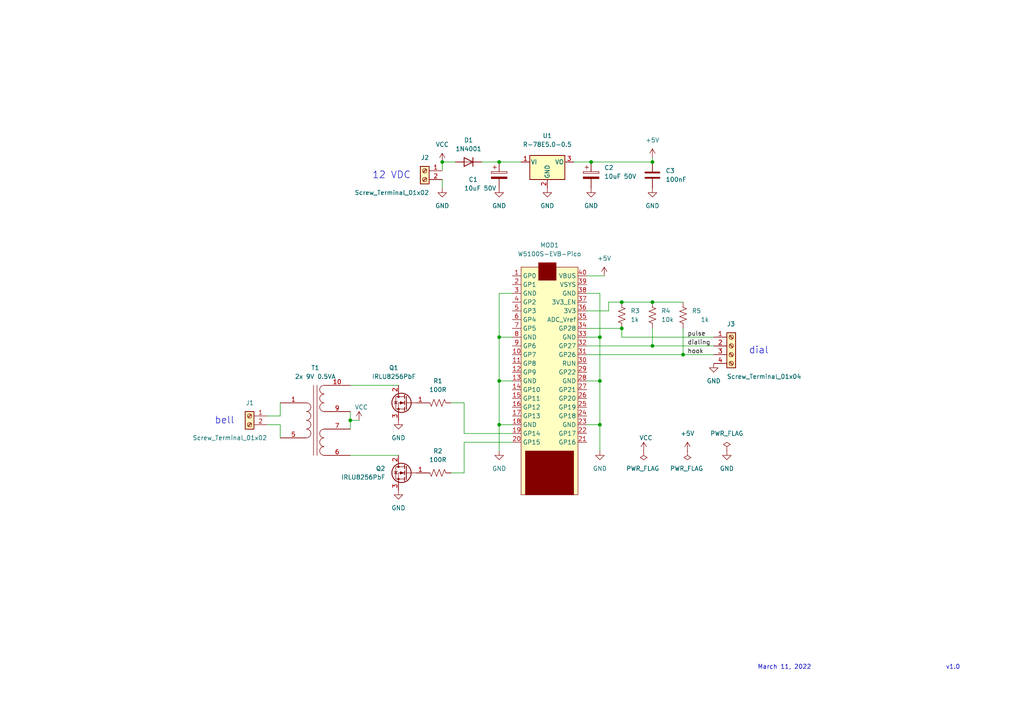
<source format=kicad_sch>
(kicad_sch (version 20211123) (generator eeschema)

  (uuid e63e39d7-6ac0-4ffd-8aa3-1841a4541b55)

  (paper "A4")

  (lib_symbols
    (symbol "Connector:Screw_Terminal_01x02" (pin_names (offset 1.016) hide) (in_bom yes) (on_board yes)
      (property "Reference" "J" (id 0) (at 0 2.54 0)
        (effects (font (size 1.27 1.27)))
      )
      (property "Value" "Screw_Terminal_01x02" (id 1) (at 0 -5.08 0)
        (effects (font (size 1.27 1.27)))
      )
      (property "Footprint" "" (id 2) (at 0 0 0)
        (effects (font (size 1.27 1.27)) hide)
      )
      (property "Datasheet" "~" (id 3) (at 0 0 0)
        (effects (font (size 1.27 1.27)) hide)
      )
      (property "ki_keywords" "screw terminal" (id 4) (at 0 0 0)
        (effects (font (size 1.27 1.27)) hide)
      )
      (property "ki_description" "Generic screw terminal, single row, 01x02, script generated (kicad-library-utils/schlib/autogen/connector/)" (id 5) (at 0 0 0)
        (effects (font (size 1.27 1.27)) hide)
      )
      (property "ki_fp_filters" "TerminalBlock*:*" (id 6) (at 0 0 0)
        (effects (font (size 1.27 1.27)) hide)
      )
      (symbol "Screw_Terminal_01x02_1_1"
        (rectangle (start -1.27 1.27) (end 1.27 -3.81)
          (stroke (width 0.254) (type default) (color 0 0 0 0))
          (fill (type background))
        )
        (circle (center 0 -2.54) (radius 0.635)
          (stroke (width 0.1524) (type default) (color 0 0 0 0))
          (fill (type none))
        )
        (polyline
          (pts
            (xy -0.5334 -2.2098)
            (xy 0.3302 -3.048)
          )
          (stroke (width 0.1524) (type default) (color 0 0 0 0))
          (fill (type none))
        )
        (polyline
          (pts
            (xy -0.5334 0.3302)
            (xy 0.3302 -0.508)
          )
          (stroke (width 0.1524) (type default) (color 0 0 0 0))
          (fill (type none))
        )
        (polyline
          (pts
            (xy -0.3556 -2.032)
            (xy 0.508 -2.8702)
          )
          (stroke (width 0.1524) (type default) (color 0 0 0 0))
          (fill (type none))
        )
        (polyline
          (pts
            (xy -0.3556 0.508)
            (xy 0.508 -0.3302)
          )
          (stroke (width 0.1524) (type default) (color 0 0 0 0))
          (fill (type none))
        )
        (circle (center 0 0) (radius 0.635)
          (stroke (width 0.1524) (type default) (color 0 0 0 0))
          (fill (type none))
        )
        (pin passive line (at -5.08 0 0) (length 3.81)
          (name "Pin_1" (effects (font (size 1.27 1.27))))
          (number "1" (effects (font (size 1.27 1.27))))
        )
        (pin passive line (at -5.08 -2.54 0) (length 3.81)
          (name "Pin_2" (effects (font (size 1.27 1.27))))
          (number "2" (effects (font (size 1.27 1.27))))
        )
      )
    )
    (symbol "Connector:Screw_Terminal_01x04" (pin_names (offset 1.016) hide) (in_bom yes) (on_board yes)
      (property "Reference" "J" (id 0) (at 0 5.08 0)
        (effects (font (size 1.27 1.27)))
      )
      (property "Value" "Screw_Terminal_01x04" (id 1) (at 0 -7.62 0)
        (effects (font (size 1.27 1.27)))
      )
      (property "Footprint" "" (id 2) (at 0 0 0)
        (effects (font (size 1.27 1.27)) hide)
      )
      (property "Datasheet" "~" (id 3) (at 0 0 0)
        (effects (font (size 1.27 1.27)) hide)
      )
      (property "ki_keywords" "screw terminal" (id 4) (at 0 0 0)
        (effects (font (size 1.27 1.27)) hide)
      )
      (property "ki_description" "Generic screw terminal, single row, 01x04, script generated (kicad-library-utils/schlib/autogen/connector/)" (id 5) (at 0 0 0)
        (effects (font (size 1.27 1.27)) hide)
      )
      (property "ki_fp_filters" "TerminalBlock*:*" (id 6) (at 0 0 0)
        (effects (font (size 1.27 1.27)) hide)
      )
      (symbol "Screw_Terminal_01x04_1_1"
        (rectangle (start -1.27 3.81) (end 1.27 -6.35)
          (stroke (width 0.254) (type default) (color 0 0 0 0))
          (fill (type background))
        )
        (circle (center 0 -5.08) (radius 0.635)
          (stroke (width 0.1524) (type default) (color 0 0 0 0))
          (fill (type none))
        )
        (circle (center 0 -2.54) (radius 0.635)
          (stroke (width 0.1524) (type default) (color 0 0 0 0))
          (fill (type none))
        )
        (polyline
          (pts
            (xy -0.5334 -4.7498)
            (xy 0.3302 -5.588)
          )
          (stroke (width 0.1524) (type default) (color 0 0 0 0))
          (fill (type none))
        )
        (polyline
          (pts
            (xy -0.5334 -2.2098)
            (xy 0.3302 -3.048)
          )
          (stroke (width 0.1524) (type default) (color 0 0 0 0))
          (fill (type none))
        )
        (polyline
          (pts
            (xy -0.5334 0.3302)
            (xy 0.3302 -0.508)
          )
          (stroke (width 0.1524) (type default) (color 0 0 0 0))
          (fill (type none))
        )
        (polyline
          (pts
            (xy -0.5334 2.8702)
            (xy 0.3302 2.032)
          )
          (stroke (width 0.1524) (type default) (color 0 0 0 0))
          (fill (type none))
        )
        (polyline
          (pts
            (xy -0.3556 -4.572)
            (xy 0.508 -5.4102)
          )
          (stroke (width 0.1524) (type default) (color 0 0 0 0))
          (fill (type none))
        )
        (polyline
          (pts
            (xy -0.3556 -2.032)
            (xy 0.508 -2.8702)
          )
          (stroke (width 0.1524) (type default) (color 0 0 0 0))
          (fill (type none))
        )
        (polyline
          (pts
            (xy -0.3556 0.508)
            (xy 0.508 -0.3302)
          )
          (stroke (width 0.1524) (type default) (color 0 0 0 0))
          (fill (type none))
        )
        (polyline
          (pts
            (xy -0.3556 3.048)
            (xy 0.508 2.2098)
          )
          (stroke (width 0.1524) (type default) (color 0 0 0 0))
          (fill (type none))
        )
        (circle (center 0 0) (radius 0.635)
          (stroke (width 0.1524) (type default) (color 0 0 0 0))
          (fill (type none))
        )
        (circle (center 0 2.54) (radius 0.635)
          (stroke (width 0.1524) (type default) (color 0 0 0 0))
          (fill (type none))
        )
        (pin passive line (at -5.08 2.54 0) (length 3.81)
          (name "Pin_1" (effects (font (size 1.27 1.27))))
          (number "1" (effects (font (size 1.27 1.27))))
        )
        (pin passive line (at -5.08 0 0) (length 3.81)
          (name "Pin_2" (effects (font (size 1.27 1.27))))
          (number "2" (effects (font (size 1.27 1.27))))
        )
        (pin passive line (at -5.08 -2.54 0) (length 3.81)
          (name "Pin_3" (effects (font (size 1.27 1.27))))
          (number "3" (effects (font (size 1.27 1.27))))
        )
        (pin passive line (at -5.08 -5.08 0) (length 3.81)
          (name "Pin_4" (effects (font (size 1.27 1.27))))
          (number "4" (effects (font (size 1.27 1.27))))
        )
      )
    )
    (symbol "Device:C" (pin_numbers hide) (pin_names (offset 0.254)) (in_bom yes) (on_board yes)
      (property "Reference" "C" (id 0) (at 0.635 2.54 0)
        (effects (font (size 1.27 1.27)) (justify left))
      )
      (property "Value" "C" (id 1) (at 0.635 -2.54 0)
        (effects (font (size 1.27 1.27)) (justify left))
      )
      (property "Footprint" "" (id 2) (at 0.9652 -3.81 0)
        (effects (font (size 1.27 1.27)) hide)
      )
      (property "Datasheet" "~" (id 3) (at 0 0 0)
        (effects (font (size 1.27 1.27)) hide)
      )
      (property "ki_keywords" "cap capacitor" (id 4) (at 0 0 0)
        (effects (font (size 1.27 1.27)) hide)
      )
      (property "ki_description" "Unpolarized capacitor" (id 5) (at 0 0 0)
        (effects (font (size 1.27 1.27)) hide)
      )
      (property "ki_fp_filters" "C_*" (id 6) (at 0 0 0)
        (effects (font (size 1.27 1.27)) hide)
      )
      (symbol "C_0_1"
        (polyline
          (pts
            (xy -2.032 -0.762)
            (xy 2.032 -0.762)
          )
          (stroke (width 0.508) (type default) (color 0 0 0 0))
          (fill (type none))
        )
        (polyline
          (pts
            (xy -2.032 0.762)
            (xy 2.032 0.762)
          )
          (stroke (width 0.508) (type default) (color 0 0 0 0))
          (fill (type none))
        )
      )
      (symbol "C_1_1"
        (pin passive line (at 0 3.81 270) (length 2.794)
          (name "~" (effects (font (size 1.27 1.27))))
          (number "1" (effects (font (size 1.27 1.27))))
        )
        (pin passive line (at 0 -3.81 90) (length 2.794)
          (name "~" (effects (font (size 1.27 1.27))))
          (number "2" (effects (font (size 1.27 1.27))))
        )
      )
    )
    (symbol "Device:C_Polarized" (pin_numbers hide) (pin_names (offset 0.254)) (in_bom yes) (on_board yes)
      (property "Reference" "C" (id 0) (at 0.635 2.54 0)
        (effects (font (size 1.27 1.27)) (justify left))
      )
      (property "Value" "C_Polarized" (id 1) (at 0.635 -2.54 0)
        (effects (font (size 1.27 1.27)) (justify left))
      )
      (property "Footprint" "" (id 2) (at 0.9652 -3.81 0)
        (effects (font (size 1.27 1.27)) hide)
      )
      (property "Datasheet" "~" (id 3) (at 0 0 0)
        (effects (font (size 1.27 1.27)) hide)
      )
      (property "ki_keywords" "cap capacitor" (id 4) (at 0 0 0)
        (effects (font (size 1.27 1.27)) hide)
      )
      (property "ki_description" "Polarized capacitor" (id 5) (at 0 0 0)
        (effects (font (size 1.27 1.27)) hide)
      )
      (property "ki_fp_filters" "CP_*" (id 6) (at 0 0 0)
        (effects (font (size 1.27 1.27)) hide)
      )
      (symbol "C_Polarized_0_1"
        (rectangle (start -2.286 0.508) (end 2.286 1.016)
          (stroke (width 0) (type default) (color 0 0 0 0))
          (fill (type none))
        )
        (polyline
          (pts
            (xy -1.778 2.286)
            (xy -0.762 2.286)
          )
          (stroke (width 0) (type default) (color 0 0 0 0))
          (fill (type none))
        )
        (polyline
          (pts
            (xy -1.27 2.794)
            (xy -1.27 1.778)
          )
          (stroke (width 0) (type default) (color 0 0 0 0))
          (fill (type none))
        )
        (rectangle (start 2.286 -0.508) (end -2.286 -1.016)
          (stroke (width 0) (type default) (color 0 0 0 0))
          (fill (type outline))
        )
      )
      (symbol "C_Polarized_1_1"
        (pin passive line (at 0 3.81 270) (length 2.794)
          (name "~" (effects (font (size 1.27 1.27))))
          (number "1" (effects (font (size 1.27 1.27))))
        )
        (pin passive line (at 0 -3.81 90) (length 2.794)
          (name "~" (effects (font (size 1.27 1.27))))
          (number "2" (effects (font (size 1.27 1.27))))
        )
      )
    )
    (symbol "Device:D" (pin_numbers hide) (pin_names (offset 1.016) hide) (in_bom yes) (on_board yes)
      (property "Reference" "D" (id 0) (at 0 2.54 0)
        (effects (font (size 1.27 1.27)))
      )
      (property "Value" "D" (id 1) (at 0 -2.54 0)
        (effects (font (size 1.27 1.27)))
      )
      (property "Footprint" "" (id 2) (at 0 0 0)
        (effects (font (size 1.27 1.27)) hide)
      )
      (property "Datasheet" "~" (id 3) (at 0 0 0)
        (effects (font (size 1.27 1.27)) hide)
      )
      (property "ki_keywords" "diode" (id 4) (at 0 0 0)
        (effects (font (size 1.27 1.27)) hide)
      )
      (property "ki_description" "Diode" (id 5) (at 0 0 0)
        (effects (font (size 1.27 1.27)) hide)
      )
      (property "ki_fp_filters" "TO-???* *_Diode_* *SingleDiode* D_*" (id 6) (at 0 0 0)
        (effects (font (size 1.27 1.27)) hide)
      )
      (symbol "D_0_1"
        (polyline
          (pts
            (xy -1.27 1.27)
            (xy -1.27 -1.27)
          )
          (stroke (width 0.254) (type default) (color 0 0 0 0))
          (fill (type none))
        )
        (polyline
          (pts
            (xy 1.27 0)
            (xy -1.27 0)
          )
          (stroke (width 0) (type default) (color 0 0 0 0))
          (fill (type none))
        )
        (polyline
          (pts
            (xy 1.27 1.27)
            (xy 1.27 -1.27)
            (xy -1.27 0)
            (xy 1.27 1.27)
          )
          (stroke (width 0.254) (type default) (color 0 0 0 0))
          (fill (type none))
        )
      )
      (symbol "D_1_1"
        (pin passive line (at -3.81 0 0) (length 2.54)
          (name "K" (effects (font (size 1.27 1.27))))
          (number "1" (effects (font (size 1.27 1.27))))
        )
        (pin passive line (at 3.81 0 180) (length 2.54)
          (name "A" (effects (font (size 1.27 1.27))))
          (number "2" (effects (font (size 1.27 1.27))))
        )
      )
    )
    (symbol "Device:R_US" (pin_numbers hide) (pin_names (offset 0)) (in_bom yes) (on_board yes)
      (property "Reference" "R" (id 0) (at 2.54 0 90)
        (effects (font (size 1.27 1.27)))
      )
      (property "Value" "R_US" (id 1) (at -2.54 0 90)
        (effects (font (size 1.27 1.27)))
      )
      (property "Footprint" "" (id 2) (at 1.016 -0.254 90)
        (effects (font (size 1.27 1.27)) hide)
      )
      (property "Datasheet" "~" (id 3) (at 0 0 0)
        (effects (font (size 1.27 1.27)) hide)
      )
      (property "ki_keywords" "R res resistor" (id 4) (at 0 0 0)
        (effects (font (size 1.27 1.27)) hide)
      )
      (property "ki_description" "Resistor, US symbol" (id 5) (at 0 0 0)
        (effects (font (size 1.27 1.27)) hide)
      )
      (property "ki_fp_filters" "R_*" (id 6) (at 0 0 0)
        (effects (font (size 1.27 1.27)) hide)
      )
      (symbol "R_US_0_1"
        (polyline
          (pts
            (xy 0 -2.286)
            (xy 0 -2.54)
          )
          (stroke (width 0) (type default) (color 0 0 0 0))
          (fill (type none))
        )
        (polyline
          (pts
            (xy 0 2.286)
            (xy 0 2.54)
          )
          (stroke (width 0) (type default) (color 0 0 0 0))
          (fill (type none))
        )
        (polyline
          (pts
            (xy 0 -0.762)
            (xy 1.016 -1.143)
            (xy 0 -1.524)
            (xy -1.016 -1.905)
            (xy 0 -2.286)
          )
          (stroke (width 0) (type default) (color 0 0 0 0))
          (fill (type none))
        )
        (polyline
          (pts
            (xy 0 0.762)
            (xy 1.016 0.381)
            (xy 0 0)
            (xy -1.016 -0.381)
            (xy 0 -0.762)
          )
          (stroke (width 0) (type default) (color 0 0 0 0))
          (fill (type none))
        )
        (polyline
          (pts
            (xy 0 2.286)
            (xy 1.016 1.905)
            (xy 0 1.524)
            (xy -1.016 1.143)
            (xy 0 0.762)
          )
          (stroke (width 0) (type default) (color 0 0 0 0))
          (fill (type none))
        )
      )
      (symbol "R_US_1_1"
        (pin passive line (at 0 3.81 270) (length 1.27)
          (name "~" (effects (font (size 1.27 1.27))))
          (number "1" (effects (font (size 1.27 1.27))))
        )
        (pin passive line (at 0 -3.81 90) (length 1.27)
          (name "~" (effects (font (size 1.27 1.27))))
          (number "2" (effects (font (size 1.27 1.27))))
        )
      )
    )
    (symbol "Device:Transformer_1P_2S" (pin_names (offset 1.016) hide) (in_bom yes) (on_board yes)
      (property "Reference" "T1" (id 0) (at 0 15.24 0)
        (effects (font (size 1.27 1.27)))
      )
      (property "Value" "2x 9V 0.5VA" (id 1) (at 0 12.7 0)
        (effects (font (size 1.27 1.27)))
      )
      (property "Footprint" "Transformer_THT:Transformer_CHK_EI30-2VA_2xSec" (id 2) (at 0 0 0)
        (effects (font (size 1.27 1.27)) hide)
      )
      (property "Datasheet" "~" (id 3) (at 0 0 0)
        (effects (font (size 1.27 1.27)) hide)
      )
      (property "ki_keywords" "transformer coil magnet" (id 4) (at 0 0 0)
        (effects (font (size 1.27 1.27)) hide)
      )
      (property "ki_description" "Transformer, single primary, dual secondary" (id 5) (at 0 0 0)
        (effects (font (size 1.27 1.27)) hide)
      )
      (symbol "Transformer_1P_2S_0_1"
        (arc (start -2.54 -5.0546) (mid -1.6561 -4.6863) (end -1.27 -3.81)
          (stroke (width 0) (type default) (color 0 0 0 0))
          (fill (type none))
        )
        (arc (start -2.54 -2.5146) (mid -1.6561 -2.1463) (end -1.27 -1.27)
          (stroke (width 0) (type default) (color 0 0 0 0))
          (fill (type none))
        )
        (arc (start -2.54 0.0254) (mid -1.6561 0.3937) (end -1.27 1.27)
          (stroke (width 0) (type default) (color 0 0 0 0))
          (fill (type none))
        )
        (arc (start -2.54 2.5654) (mid -1.6561 2.9337) (end -1.27 3.81)
          (stroke (width 0) (type default) (color 0 0 0 0))
          (fill (type none))
        )
        (arc (start -1.27 -3.81) (mid -1.642 -2.912) (end -2.54 -2.54)
          (stroke (width 0) (type default) (color 0 0 0 0))
          (fill (type none))
        )
        (arc (start -1.27 -1.27) (mid -1.642 -0.372) (end -2.54 0)
          (stroke (width 0) (type default) (color 0 0 0 0))
          (fill (type none))
        )
        (arc (start -1.27 1.27) (mid -1.642 2.168) (end -2.54 2.54)
          (stroke (width 0) (type default) (color 0 0 0 0))
          (fill (type none))
        )
        (arc (start -1.27 3.81) (mid -1.642 4.708) (end -2.54 5.08)
          (stroke (width 0) (type default) (color 0 0 0 0))
          (fill (type none))
        )
        (polyline
          (pts
            (xy -0.508 -10.16)
            (xy -0.508 10.16)
          )
          (stroke (width 0) (type default) (color 0 0 0 0))
          (fill (type none))
        )
        (polyline
          (pts
            (xy 0.508 10.16)
            (xy 0.508 -10.16)
          )
          (stroke (width 0) (type default) (color 0 0 0 0))
          (fill (type none))
        )
        (arc (start 1.2954 -8.89) (mid 1.6599 -9.7701) (end 2.54 -10.1346)
          (stroke (width 0) (type default) (color 0 0 0 0))
          (fill (type none))
        )
        (arc (start 1.2954 -6.35) (mid 1.6599 -7.2301) (end 2.54 -7.5946)
          (stroke (width 0) (type default) (color 0 0 0 0))
          (fill (type none))
        )
        (arc (start 1.2954 -3.81) (mid 1.6599 -4.6901) (end 2.54 -5.0546)
          (stroke (width 0) (type default) (color 0 0 0 0))
          (fill (type none))
        )
        (arc (start 1.2954 3.81) (mid 1.6599 2.9299) (end 2.54 2.5654)
          (stroke (width 0) (type default) (color 0 0 0 0))
          (fill (type none))
        )
        (arc (start 1.2954 6.35) (mid 1.6599 5.4699) (end 2.54 5.1054)
          (stroke (width 0) (type default) (color 0 0 0 0))
          (fill (type none))
        )
        (arc (start 1.2954 8.89) (mid 1.6599 8.0099) (end 2.54 7.6454)
          (stroke (width 0) (type default) (color 0 0 0 0))
          (fill (type none))
        )
        (arc (start 2.54 -7.62) (mid 1.6456 -7.9883) (end 1.2954 -8.89)
          (stroke (width 0) (type default) (color 0 0 0 0))
          (fill (type none))
        )
        (arc (start 2.54 -5.08) (mid 1.6456 -5.4483) (end 1.2954 -6.35)
          (stroke (width 0) (type default) (color 0 0 0 0))
          (fill (type none))
        )
        (arc (start 2.54 -2.54) (mid 1.6456 -2.9083) (end 1.2954 -3.81)
          (stroke (width 0) (type default) (color 0 0 0 0))
          (fill (type none))
        )
        (arc (start 2.54 5.08) (mid 1.6456 4.7117) (end 1.2954 3.81)
          (stroke (width 0) (type default) (color 0 0 0 0))
          (fill (type none))
        )
        (arc (start 2.54 7.62) (mid 1.6456 7.2517) (end 1.2954 6.35)
          (stroke (width 0) (type default) (color 0 0 0 0))
          (fill (type none))
        )
        (arc (start 2.54 10.16) (mid 1.6456 9.7917) (end 1.2954 8.89)
          (stroke (width 0) (type default) (color 0 0 0 0))
          (fill (type none))
        )
      )
      (symbol "Transformer_1P_2S_1_1"
        (pin passive line (at -10.16 5.08 0) (length 7.62)
          (name "AA" (effects (font (size 1.27 1.27))))
          (number "1" (effects (font (size 1.27 1.27))))
        )
        (pin passive line (at 10.16 10.16 180) (length 7.62)
          (name "SA" (effects (font (size 1.27 1.27))))
          (number "10" (effects (font (size 1.27 1.27))))
        )
        (pin passive line (at -10.16 -5.08 0) (length 7.62)
          (name "AB" (effects (font (size 1.27 1.27))))
          (number "5" (effects (font (size 1.27 1.27))))
        )
        (pin passive line (at 10.16 -10.16 180) (length 7.62)
          (name "SD" (effects (font (size 1.27 1.27))))
          (number "6" (effects (font (size 1.27 1.27))))
        )
        (pin passive line (at 10.16 -2.54 180) (length 7.62)
          (name "SC" (effects (font (size 1.27 1.27))))
          (number "7" (effects (font (size 1.27 1.27))))
        )
        (pin passive line (at 10.16 2.54 180) (length 7.62)
          (name "SB" (effects (font (size 1.27 1.27))))
          (number "9" (effects (font (size 1.27 1.27))))
        )
      )
    )
    (symbol "Regulator_Linear:LM7805_TO220" (pin_names (offset 0.254)) (in_bom yes) (on_board yes)
      (property "Reference" "U" (id 0) (at -3.81 3.175 0)
        (effects (font (size 1.27 1.27)))
      )
      (property "Value" "LM7805_TO220" (id 1) (at 0 3.175 0)
        (effects (font (size 1.27 1.27)) (justify left))
      )
      (property "Footprint" "Package_TO_SOT_THT:TO-220-3_Vertical" (id 2) (at 0 5.715 0)
        (effects (font (size 1.27 1.27) italic) hide)
      )
      (property "Datasheet" "https://www.onsemi.cn/PowerSolutions/document/MC7800-D.PDF" (id 3) (at 0 -1.27 0)
        (effects (font (size 1.27 1.27)) hide)
      )
      (property "ki_keywords" "Voltage Regulator 1A Positive" (id 4) (at 0 0 0)
        (effects (font (size 1.27 1.27)) hide)
      )
      (property "ki_description" "Positive 1A 35V Linear Regulator, Fixed Output 5V, TO-220" (id 5) (at 0 0 0)
        (effects (font (size 1.27 1.27)) hide)
      )
      (property "ki_fp_filters" "TO?220*" (id 6) (at 0 0 0)
        (effects (font (size 1.27 1.27)) hide)
      )
      (symbol "LM7805_TO220_0_1"
        (rectangle (start -5.08 1.905) (end 5.08 -5.08)
          (stroke (width 0.254) (type default) (color 0 0 0 0))
          (fill (type background))
        )
      )
      (symbol "LM7805_TO220_1_1"
        (pin power_in line (at -7.62 0 0) (length 2.54)
          (name "VI" (effects (font (size 1.27 1.27))))
          (number "1" (effects (font (size 1.27 1.27))))
        )
        (pin power_in line (at 0 -7.62 90) (length 2.54)
          (name "GND" (effects (font (size 1.27 1.27))))
          (number "2" (effects (font (size 1.27 1.27))))
        )
        (pin power_out line (at 7.62 0 180) (length 2.54)
          (name "VO" (effects (font (size 1.27 1.27))))
          (number "3" (effects (font (size 1.27 1.27))))
        )
      )
    )
    (symbol "Transistor_FET:IRF540N" (pin_names hide) (in_bom yes) (on_board yes)
      (property "Reference" "Q" (id 0) (at 6.35 1.905 0)
        (effects (font (size 1.27 1.27)) (justify left))
      )
      (property "Value" "IRF540N" (id 1) (at 6.35 0 0)
        (effects (font (size 1.27 1.27)) (justify left))
      )
      (property "Footprint" "Package_TO_SOT_THT:TO-220-3_Vertical" (id 2) (at 6.35 -1.905 0)
        (effects (font (size 1.27 1.27) italic) (justify left) hide)
      )
      (property "Datasheet" "http://www.irf.com/product-info/datasheets/data/irf540n.pdf" (id 3) (at 0 0 0)
        (effects (font (size 1.27 1.27)) (justify left) hide)
      )
      (property "ki_keywords" "HEXFET N-Channel MOSFET" (id 4) (at 0 0 0)
        (effects (font (size 1.27 1.27)) hide)
      )
      (property "ki_description" "33A Id, 100V Vds, HEXFET N-Channel MOSFET, TO-220" (id 5) (at 0 0 0)
        (effects (font (size 1.27 1.27)) hide)
      )
      (property "ki_fp_filters" "TO?220*" (id 6) (at 0 0 0)
        (effects (font (size 1.27 1.27)) hide)
      )
      (symbol "IRF540N_0_1"
        (polyline
          (pts
            (xy 0.254 0)
            (xy -2.54 0)
          )
          (stroke (width 0) (type default) (color 0 0 0 0))
          (fill (type none))
        )
        (polyline
          (pts
            (xy 0.254 1.905)
            (xy 0.254 -1.905)
          )
          (stroke (width 0.254) (type default) (color 0 0 0 0))
          (fill (type none))
        )
        (polyline
          (pts
            (xy 0.762 -1.27)
            (xy 0.762 -2.286)
          )
          (stroke (width 0.254) (type default) (color 0 0 0 0))
          (fill (type none))
        )
        (polyline
          (pts
            (xy 0.762 0.508)
            (xy 0.762 -0.508)
          )
          (stroke (width 0.254) (type default) (color 0 0 0 0))
          (fill (type none))
        )
        (polyline
          (pts
            (xy 0.762 2.286)
            (xy 0.762 1.27)
          )
          (stroke (width 0.254) (type default) (color 0 0 0 0))
          (fill (type none))
        )
        (polyline
          (pts
            (xy 2.54 2.54)
            (xy 2.54 1.778)
          )
          (stroke (width 0) (type default) (color 0 0 0 0))
          (fill (type none))
        )
        (polyline
          (pts
            (xy 2.54 -2.54)
            (xy 2.54 0)
            (xy 0.762 0)
          )
          (stroke (width 0) (type default) (color 0 0 0 0))
          (fill (type none))
        )
        (polyline
          (pts
            (xy 0.762 -1.778)
            (xy 3.302 -1.778)
            (xy 3.302 1.778)
            (xy 0.762 1.778)
          )
          (stroke (width 0) (type default) (color 0 0 0 0))
          (fill (type none))
        )
        (polyline
          (pts
            (xy 1.016 0)
            (xy 2.032 0.381)
            (xy 2.032 -0.381)
            (xy 1.016 0)
          )
          (stroke (width 0) (type default) (color 0 0 0 0))
          (fill (type outline))
        )
        (polyline
          (pts
            (xy 2.794 0.508)
            (xy 2.921 0.381)
            (xy 3.683 0.381)
            (xy 3.81 0.254)
          )
          (stroke (width 0) (type default) (color 0 0 0 0))
          (fill (type none))
        )
        (polyline
          (pts
            (xy 3.302 0.381)
            (xy 2.921 -0.254)
            (xy 3.683 -0.254)
            (xy 3.302 0.381)
          )
          (stroke (width 0) (type default) (color 0 0 0 0))
          (fill (type none))
        )
        (circle (center 1.651 0) (radius 2.794)
          (stroke (width 0.254) (type default) (color 0 0 0 0))
          (fill (type none))
        )
        (circle (center 2.54 -1.778) (radius 0.254)
          (stroke (width 0) (type default) (color 0 0 0 0))
          (fill (type outline))
        )
        (circle (center 2.54 1.778) (radius 0.254)
          (stroke (width 0) (type default) (color 0 0 0 0))
          (fill (type outline))
        )
      )
      (symbol "IRF540N_1_1"
        (pin input line (at -5.08 0 0) (length 2.54)
          (name "G" (effects (font (size 1.27 1.27))))
          (number "1" (effects (font (size 1.27 1.27))))
        )
        (pin passive line (at 2.54 5.08 270) (length 2.54)
          (name "D" (effects (font (size 1.27 1.27))))
          (number "2" (effects (font (size 1.27 1.27))))
        )
        (pin passive line (at 2.54 -5.08 90) (length 2.54)
          (name "S" (effects (font (size 1.27 1.27))))
          (number "3" (effects (font (size 1.27 1.27))))
        )
      )
    )
    (symbol "cpv:W5100S-EVB-Pico" (in_bom yes) (on_board yes)
      (property "Reference" "MOD" (id 0) (at -5.08 35.56 0)
        (effects (font (size 1.27 1.27)))
      )
      (property "Value" "W5100S-EVB-Pico" (id 1) (at 1.27 33.02 0)
        (effects (font (size 1.27 1.27)))
      )
      (property "Footprint" "" (id 2) (at 1.27 5.08 0)
        (effects (font (size 1.27 1.27)) hide)
      )
      (property "Datasheet" "" (id 3) (at 1.27 5.08 0)
        (effects (font (size 1.27 1.27)) hide)
      )
      (symbol "W5100S-EVB-Pico_0_1"
        (rectangle (start -7.62 30.48) (end 8.89 -35.56)
          (stroke (width 0) (type default) (color 0 0 0 0))
          (fill (type background))
        )
        (rectangle (start -6.35 -22.86) (end 7.62 -35.56)
          (stroke (width 0) (type default) (color 0 0 0 0))
          (fill (type outline))
        )
        (rectangle (start -2.54 31.75) (end 2.54 26.67)
          (stroke (width 0) (type default) (color 0 0 0 0))
          (fill (type outline))
        )
      )
      (symbol "W5100S-EVB-Pico_1_1"
        (pin bidirectional line (at -10.16 27.94 0) (length 2.54)
          (name "GP0" (effects (font (size 1.27 1.27))))
          (number "1" (effects (font (size 1.27 1.27))))
        )
        (pin bidirectional line (at -10.16 5.08 0) (length 2.54)
          (name "GP7" (effects (font (size 1.27 1.27))))
          (number "10" (effects (font (size 1.27 1.27))))
        )
        (pin bidirectional line (at -10.16 2.54 0) (length 2.54)
          (name "GP8" (effects (font (size 1.27 1.27))))
          (number "11" (effects (font (size 1.27 1.27))))
        )
        (pin bidirectional line (at -10.16 0 0) (length 2.54)
          (name "GP9" (effects (font (size 1.27 1.27))))
          (number "12" (effects (font (size 1.27 1.27))))
        )
        (pin power_in line (at -10.16 -2.54 0) (length 2.54)
          (name "GND" (effects (font (size 1.27 1.27))))
          (number "13" (effects (font (size 1.27 1.27))))
        )
        (pin bidirectional line (at -10.16 -5.08 0) (length 2.54)
          (name "GP10" (effects (font (size 1.27 1.27))))
          (number "14" (effects (font (size 1.27 1.27))))
        )
        (pin bidirectional line (at -10.16 -7.62 0) (length 2.54)
          (name "GP11" (effects (font (size 1.27 1.27))))
          (number "15" (effects (font (size 1.27 1.27))))
        )
        (pin bidirectional line (at -10.16 -10.16 0) (length 2.54)
          (name "GP12" (effects (font (size 1.27 1.27))))
          (number "16" (effects (font (size 1.27 1.27))))
        )
        (pin bidirectional line (at -10.16 -12.7 0) (length 2.54)
          (name "GP13" (effects (font (size 1.27 1.27))))
          (number "17" (effects (font (size 1.27 1.27))))
        )
        (pin power_in line (at -10.16 -15.24 0) (length 2.54)
          (name "GND" (effects (font (size 1.27 1.27))))
          (number "18" (effects (font (size 1.27 1.27))))
        )
        (pin bidirectional line (at -10.16 -17.78 0) (length 2.54)
          (name "GP14" (effects (font (size 1.27 1.27))))
          (number "19" (effects (font (size 1.27 1.27))))
        )
        (pin bidirectional line (at -10.16 25.4 0) (length 2.54)
          (name "GP1" (effects (font (size 1.27 1.27))))
          (number "2" (effects (font (size 1.27 1.27))))
        )
        (pin bidirectional line (at -10.16 -20.32 0) (length 2.54)
          (name "GP15" (effects (font (size 1.27 1.27))))
          (number "20" (effects (font (size 1.27 1.27))))
        )
        (pin bidirectional line (at 11.43 -20.32 180) (length 2.54)
          (name "GP16" (effects (font (size 1.27 1.27))))
          (number "21" (effects (font (size 1.27 1.27))))
        )
        (pin bidirectional line (at 11.43 -17.78 180) (length 2.54)
          (name "GP17" (effects (font (size 1.27 1.27))))
          (number "22" (effects (font (size 1.27 1.27))))
        )
        (pin power_in line (at 11.43 -15.24 180) (length 2.54)
          (name "GND" (effects (font (size 1.27 1.27))))
          (number "23" (effects (font (size 1.27 1.27))))
        )
        (pin bidirectional line (at 11.43 -12.7 180) (length 2.54)
          (name "GP18" (effects (font (size 1.27 1.27))))
          (number "24" (effects (font (size 1.27 1.27))))
        )
        (pin bidirectional line (at 11.43 -10.16 180) (length 2.54)
          (name "GP19" (effects (font (size 1.27 1.27))))
          (number "25" (effects (font (size 1.27 1.27))))
        )
        (pin bidirectional line (at 11.43 -7.62 180) (length 2.54)
          (name "GP20" (effects (font (size 1.27 1.27))))
          (number "26" (effects (font (size 1.27 1.27))))
        )
        (pin bidirectional line (at 11.43 -5.08 180) (length 2.54)
          (name "GP21" (effects (font (size 1.27 1.27))))
          (number "27" (effects (font (size 1.27 1.27))))
        )
        (pin power_in line (at 11.43 -2.54 180) (length 2.54)
          (name "GND" (effects (font (size 1.27 1.27))))
          (number "28" (effects (font (size 1.27 1.27))))
        )
        (pin bidirectional line (at 11.43 0 180) (length 2.54)
          (name "GP22" (effects (font (size 1.27 1.27))))
          (number "29" (effects (font (size 1.27 1.27))))
        )
        (pin power_in line (at -10.16 22.86 0) (length 2.54)
          (name "GND" (effects (font (size 1.27 1.27))))
          (number "3" (effects (font (size 1.27 1.27))))
        )
        (pin bidirectional line (at 11.43 2.54 180) (length 2.54)
          (name "RUN" (effects (font (size 1.27 1.27))))
          (number "30" (effects (font (size 1.27 1.27))))
        )
        (pin bidirectional line (at 11.43 5.08 180) (length 2.54)
          (name "GP26" (effects (font (size 1.27 1.27))))
          (number "31" (effects (font (size 1.27 1.27))))
        )
        (pin bidirectional line (at 11.43 7.62 180) (length 2.54)
          (name "GP27" (effects (font (size 1.27 1.27))))
          (number "32" (effects (font (size 1.27 1.27))))
        )
        (pin power_in line (at 11.43 10.16 180) (length 2.54)
          (name "GND" (effects (font (size 1.27 1.27))))
          (number "33" (effects (font (size 1.27 1.27))))
        )
        (pin bidirectional line (at 11.43 12.7 180) (length 2.54)
          (name "GP28" (effects (font (size 1.27 1.27))))
          (number "34" (effects (font (size 1.27 1.27))))
        )
        (pin passive line (at 11.43 15.24 180) (length 2.54)
          (name "ADC_Vref" (effects (font (size 1.27 1.27))))
          (number "35" (effects (font (size 1.27 1.27))))
        )
        (pin power_out line (at 11.43 17.78 180) (length 2.54)
          (name "3V3" (effects (font (size 1.27 1.27))))
          (number "36" (effects (font (size 1.27 1.27))))
        )
        (pin input line (at 11.43 20.32 180) (length 2.54)
          (name "3V3_EN" (effects (font (size 1.27 1.27))))
          (number "37" (effects (font (size 1.27 1.27))))
        )
        (pin power_in line (at 11.43 22.86 180) (length 2.54)
          (name "GND" (effects (font (size 1.27 1.27))))
          (number "38" (effects (font (size 1.27 1.27))))
        )
        (pin bidirectional line (at 11.43 25.4 180) (length 2.54)
          (name "VSYS" (effects (font (size 1.27 1.27))))
          (number "39" (effects (font (size 1.27 1.27))))
        )
        (pin bidirectional line (at -10.16 20.32 0) (length 2.54)
          (name "GP2" (effects (font (size 1.27 1.27))))
          (number "4" (effects (font (size 1.27 1.27))))
        )
        (pin bidirectional line (at 11.43 27.94 180) (length 2.54)
          (name "VBUS" (effects (font (size 1.27 1.27))))
          (number "40" (effects (font (size 1.27 1.27))))
        )
        (pin bidirectional line (at -10.16 17.78 0) (length 2.54)
          (name "GP3" (effects (font (size 1.27 1.27))))
          (number "5" (effects (font (size 1.27 1.27))))
        )
        (pin bidirectional line (at -10.16 15.24 0) (length 2.54)
          (name "GP4" (effects (font (size 1.27 1.27))))
          (number "6" (effects (font (size 1.27 1.27))))
        )
        (pin bidirectional line (at -10.16 12.7 0) (length 2.54)
          (name "GP5" (effects (font (size 1.27 1.27))))
          (number "7" (effects (font (size 1.27 1.27))))
        )
        (pin power_in line (at -10.16 10.16 0) (length 2.54)
          (name "GND" (effects (font (size 1.27 1.27))))
          (number "8" (effects (font (size 1.27 1.27))))
        )
        (pin bidirectional line (at -10.16 7.62 0) (length 2.54)
          (name "GP6" (effects (font (size 1.27 1.27))))
          (number "9" (effects (font (size 1.27 1.27))))
        )
      )
    )
    (symbol "power:+5V" (power) (pin_names (offset 0)) (in_bom yes) (on_board yes)
      (property "Reference" "#PWR" (id 0) (at 0 -3.81 0)
        (effects (font (size 1.27 1.27)) hide)
      )
      (property "Value" "+5V" (id 1) (at 0 3.556 0)
        (effects (font (size 1.27 1.27)))
      )
      (property "Footprint" "" (id 2) (at 0 0 0)
        (effects (font (size 1.27 1.27)) hide)
      )
      (property "Datasheet" "" (id 3) (at 0 0 0)
        (effects (font (size 1.27 1.27)) hide)
      )
      (property "ki_keywords" "power-flag" (id 4) (at 0 0 0)
        (effects (font (size 1.27 1.27)) hide)
      )
      (property "ki_description" "Power symbol creates a global label with name \"+5V\"" (id 5) (at 0 0 0)
        (effects (font (size 1.27 1.27)) hide)
      )
      (symbol "+5V_0_1"
        (polyline
          (pts
            (xy -0.762 1.27)
            (xy 0 2.54)
          )
          (stroke (width 0) (type default) (color 0 0 0 0))
          (fill (type none))
        )
        (polyline
          (pts
            (xy 0 0)
            (xy 0 2.54)
          )
          (stroke (width 0) (type default) (color 0 0 0 0))
          (fill (type none))
        )
        (polyline
          (pts
            (xy 0 2.54)
            (xy 0.762 1.27)
          )
          (stroke (width 0) (type default) (color 0 0 0 0))
          (fill (type none))
        )
      )
      (symbol "+5V_1_1"
        (pin power_in line (at 0 0 90) (length 0) hide
          (name "+5V" (effects (font (size 1.27 1.27))))
          (number "1" (effects (font (size 1.27 1.27))))
        )
      )
    )
    (symbol "power:GND" (power) (pin_names (offset 0)) (in_bom yes) (on_board yes)
      (property "Reference" "#PWR" (id 0) (at 0 -6.35 0)
        (effects (font (size 1.27 1.27)) hide)
      )
      (property "Value" "GND" (id 1) (at 0 -3.81 0)
        (effects (font (size 1.27 1.27)))
      )
      (property "Footprint" "" (id 2) (at 0 0 0)
        (effects (font (size 1.27 1.27)) hide)
      )
      (property "Datasheet" "" (id 3) (at 0 0 0)
        (effects (font (size 1.27 1.27)) hide)
      )
      (property "ki_keywords" "power-flag" (id 4) (at 0 0 0)
        (effects (font (size 1.27 1.27)) hide)
      )
      (property "ki_description" "Power symbol creates a global label with name \"GND\" , ground" (id 5) (at 0 0 0)
        (effects (font (size 1.27 1.27)) hide)
      )
      (symbol "GND_0_1"
        (polyline
          (pts
            (xy 0 0)
            (xy 0 -1.27)
            (xy 1.27 -1.27)
            (xy 0 -2.54)
            (xy -1.27 -1.27)
            (xy 0 -1.27)
          )
          (stroke (width 0) (type default) (color 0 0 0 0))
          (fill (type none))
        )
      )
      (symbol "GND_1_1"
        (pin power_in line (at 0 0 270) (length 0) hide
          (name "GND" (effects (font (size 1.27 1.27))))
          (number "1" (effects (font (size 1.27 1.27))))
        )
      )
    )
    (symbol "power:PWR_FLAG" (power) (pin_numbers hide) (pin_names (offset 0) hide) (in_bom yes) (on_board yes)
      (property "Reference" "#FLG" (id 0) (at 0 1.905 0)
        (effects (font (size 1.27 1.27)) hide)
      )
      (property "Value" "PWR_FLAG" (id 1) (at 0 3.81 0)
        (effects (font (size 1.27 1.27)))
      )
      (property "Footprint" "" (id 2) (at 0 0 0)
        (effects (font (size 1.27 1.27)) hide)
      )
      (property "Datasheet" "~" (id 3) (at 0 0 0)
        (effects (font (size 1.27 1.27)) hide)
      )
      (property "ki_keywords" "power-flag" (id 4) (at 0 0 0)
        (effects (font (size 1.27 1.27)) hide)
      )
      (property "ki_description" "Special symbol for telling ERC where power comes from" (id 5) (at 0 0 0)
        (effects (font (size 1.27 1.27)) hide)
      )
      (symbol "PWR_FLAG_0_0"
        (pin power_out line (at 0 0 90) (length 0)
          (name "pwr" (effects (font (size 1.27 1.27))))
          (number "1" (effects (font (size 1.27 1.27))))
        )
      )
      (symbol "PWR_FLAG_0_1"
        (polyline
          (pts
            (xy 0 0)
            (xy 0 1.27)
            (xy -1.016 1.905)
            (xy 0 2.54)
            (xy 1.016 1.905)
            (xy 0 1.27)
          )
          (stroke (width 0) (type default) (color 0 0 0 0))
          (fill (type none))
        )
      )
    )
    (symbol "power:VCC" (power) (pin_names (offset 0)) (in_bom yes) (on_board yes)
      (property "Reference" "#PWR" (id 0) (at 0 -3.81 0)
        (effects (font (size 1.27 1.27)) hide)
      )
      (property "Value" "VCC" (id 1) (at 0 3.81 0)
        (effects (font (size 1.27 1.27)))
      )
      (property "Footprint" "" (id 2) (at 0 0 0)
        (effects (font (size 1.27 1.27)) hide)
      )
      (property "Datasheet" "" (id 3) (at 0 0 0)
        (effects (font (size 1.27 1.27)) hide)
      )
      (property "ki_keywords" "power-flag" (id 4) (at 0 0 0)
        (effects (font (size 1.27 1.27)) hide)
      )
      (property "ki_description" "Power symbol creates a global label with name \"VCC\"" (id 5) (at 0 0 0)
        (effects (font (size 1.27 1.27)) hide)
      )
      (symbol "VCC_0_1"
        (polyline
          (pts
            (xy -0.762 1.27)
            (xy 0 2.54)
          )
          (stroke (width 0) (type default) (color 0 0 0 0))
          (fill (type none))
        )
        (polyline
          (pts
            (xy 0 0)
            (xy 0 2.54)
          )
          (stroke (width 0) (type default) (color 0 0 0 0))
          (fill (type none))
        )
        (polyline
          (pts
            (xy 0 2.54)
            (xy 0.762 1.27)
          )
          (stroke (width 0) (type default) (color 0 0 0 0))
          (fill (type none))
        )
      )
      (symbol "VCC_1_1"
        (pin power_in line (at 0 0 90) (length 0) hide
          (name "VCC" (effects (font (size 1.27 1.27))))
          (number "1" (effects (font (size 1.27 1.27))))
        )
      )
    )
  )

  (junction (at 144.78 97.79) (diameter 0) (color 0 0 0 0)
    (uuid 00a014ba-d81b-4fc8-bbb6-1cedcb256663)
  )
  (junction (at 144.78 123.19) (diameter 0) (color 0 0 0 0)
    (uuid 145a0439-806d-4cdd-959a-e81036d082c7)
  )
  (junction (at 173.99 97.79) (diameter 0) (color 0 0 0 0)
    (uuid 3442b7b3-9140-4fd4-9297-3bde71b37579)
  )
  (junction (at 171.45 46.99) (diameter 0) (color 0 0 0 0)
    (uuid 41ce5349-b9ab-455e-af24-1c33b7bd24b3)
  )
  (junction (at 144.78 110.49) (diameter 0) (color 0 0 0 0)
    (uuid 4fbd8767-0af7-437d-82cc-54088424f6e4)
  )
  (junction (at 173.99 110.49) (diameter 0) (color 0 0 0 0)
    (uuid 5b49e50e-05b5-4693-9092-d19d42c636eb)
  )
  (junction (at 189.23 100.33) (diameter 0) (color 0 0 0 0)
    (uuid 6ae39025-c64a-46fa-8f3c-8cbeaa6df72b)
  )
  (junction (at 173.99 123.19) (diameter 0) (color 0 0 0 0)
    (uuid 6c1dc5e8-6361-4523-aa5b-8c7781f74727)
  )
  (junction (at 189.23 46.99) (diameter 0) (color 0 0 0 0)
    (uuid 93d0e9d1-5c29-4410-a36a-ca781ad33774)
  )
  (junction (at 144.78 46.99) (diameter 0) (color 0 0 0 0)
    (uuid 96d2eafa-d99e-4a60-9e8b-c49129d7996e)
  )
  (junction (at 128.27 46.99) (diameter 0) (color 0 0 0 0)
    (uuid a1a18400-c8d5-437f-9c91-70753af3c5af)
  )
  (junction (at 189.23 87.63) (diameter 0) (color 0 0 0 0)
    (uuid a54295db-0d29-4f00-9b08-28962dea4c61)
  )
  (junction (at 198.12 102.87) (diameter 0) (color 0 0 0 0)
    (uuid a67b6dc6-fd8c-4971-98eb-40acfb6d2e41)
  )
  (junction (at 180.34 95.25) (diameter 0) (color 0 0 0 0)
    (uuid e819db82-a4c6-451b-acda-7ebe19d629ef)
  )
  (junction (at 101.6 121.92) (diameter 0) (color 0 0 0 0)
    (uuid fe36a5d2-7f20-45fe-bff8-cebe27e5bb11)
  )
  (junction (at 180.34 87.63) (diameter 0) (color 0 0 0 0)
    (uuid fe645042-620b-455f-8489-63694ede11b7)
  )

  (wire (pts (xy 81.28 123.19) (xy 77.47 123.19))
    (stroke (width 0) (type default) (color 0 0 0 0))
    (uuid 07cc043d-9fc4-433d-9ff8-87d6f595ee60)
  )
  (wire (pts (xy 134.62 116.84) (xy 130.81 116.84))
    (stroke (width 0) (type default) (color 0 0 0 0))
    (uuid 0c6d1f52-0028-444e-bf94-87252d2f21d3)
  )
  (wire (pts (xy 207.01 97.79) (xy 180.34 97.79))
    (stroke (width 0) (type default) (color 0 0 0 0))
    (uuid 0e44ac5e-9fa4-4f6d-b42c-bba67654d9d6)
  )
  (wire (pts (xy 101.6 121.92) (xy 104.14 121.92))
    (stroke (width 0) (type default) (color 0 0 0 0))
    (uuid 1b37c7fe-bb77-4a3e-a6c5-5a6bbe80852d)
  )
  (wire (pts (xy 170.18 90.17) (xy 176.53 90.17))
    (stroke (width 0) (type default) (color 0 0 0 0))
    (uuid 29186c7d-621f-4ec2-bb50-e83d93ebf5ea)
  )
  (wire (pts (xy 166.37 46.99) (xy 171.45 46.99))
    (stroke (width 0) (type default) (color 0 0 0 0))
    (uuid 2e159acb-a2c4-41d0-a391-5316d18bbf06)
  )
  (wire (pts (xy 180.34 97.79) (xy 180.34 95.25))
    (stroke (width 0) (type default) (color 0 0 0 0))
    (uuid 3663b4e7-4f61-40ff-a536-4655df59c939)
  )
  (wire (pts (xy 170.18 97.79) (xy 173.99 97.79))
    (stroke (width 0) (type default) (color 0 0 0 0))
    (uuid 38e37ede-0c26-417b-a378-5e840649a97c)
  )
  (wire (pts (xy 198.12 102.87) (xy 207.01 102.87))
    (stroke (width 0) (type default) (color 0 0 0 0))
    (uuid 3e338933-e9f4-45de-9ca2-d8dcfcaf8f59)
  )
  (wire (pts (xy 170.18 85.09) (xy 173.99 85.09))
    (stroke (width 0) (type default) (color 0 0 0 0))
    (uuid 429e0c8f-1cc6-4753-a295-1a5b6d47788e)
  )
  (wire (pts (xy 134.62 128.27) (xy 134.62 137.16))
    (stroke (width 0) (type default) (color 0 0 0 0))
    (uuid 4aba1c1d-6582-4abe-9dfc-3fb95d3b86c7)
  )
  (wire (pts (xy 170.18 110.49) (xy 173.99 110.49))
    (stroke (width 0) (type default) (color 0 0 0 0))
    (uuid 4c882b20-5a36-4a0d-a9cf-dd0014f4fb9e)
  )
  (wire (pts (xy 173.99 110.49) (xy 173.99 123.19))
    (stroke (width 0) (type default) (color 0 0 0 0))
    (uuid 4f0cf378-5131-417f-b0ad-0e68128f42ae)
  )
  (wire (pts (xy 173.99 123.19) (xy 173.99 130.81))
    (stroke (width 0) (type default) (color 0 0 0 0))
    (uuid 50949d6c-1a8d-409e-b21c-b8358e4d2e3e)
  )
  (wire (pts (xy 144.78 123.19) (xy 148.59 123.19))
    (stroke (width 0) (type default) (color 0 0 0 0))
    (uuid 563366e9-ab0a-4b0b-820e-8977740acea4)
  )
  (wire (pts (xy 128.27 46.99) (xy 128.27 49.53))
    (stroke (width 0) (type default) (color 0 0 0 0))
    (uuid 581c233a-17ae-4a2f-9b52-ff2f7697aba3)
  )
  (wire (pts (xy 101.6 119.38) (xy 101.6 121.92))
    (stroke (width 0) (type default) (color 0 0 0 0))
    (uuid 5c2dc2c3-40b1-42a1-bd6f-29007c05b636)
  )
  (wire (pts (xy 176.53 87.63) (xy 180.34 87.63))
    (stroke (width 0) (type default) (color 0 0 0 0))
    (uuid 67139894-c873-4ff9-a405-d255376ceef2)
  )
  (wire (pts (xy 101.6 121.92) (xy 101.6 124.46))
    (stroke (width 0) (type default) (color 0 0 0 0))
    (uuid 6a8a9a9b-8489-4dd9-bc70-89d046b3492f)
  )
  (wire (pts (xy 189.23 46.99) (xy 171.45 46.99))
    (stroke (width 0) (type default) (color 0 0 0 0))
    (uuid 6ad643a2-f086-41d3-8e1b-e9c1017249df)
  )
  (wire (pts (xy 170.18 95.25) (xy 180.34 95.25))
    (stroke (width 0) (type default) (color 0 0 0 0))
    (uuid 75b393e3-5f2e-44a5-a247-db51d22f4148)
  )
  (wire (pts (xy 176.53 90.17) (xy 176.53 87.63))
    (stroke (width 0) (type default) (color 0 0 0 0))
    (uuid 77f4884e-b53b-451c-bdd0-6fede5208403)
  )
  (wire (pts (xy 170.18 102.87) (xy 198.12 102.87))
    (stroke (width 0) (type default) (color 0 0 0 0))
    (uuid 8d0b96ef-7874-4c87-ab74-7de148331a13)
  )
  (wire (pts (xy 81.28 120.65) (xy 81.28 116.84))
    (stroke (width 0) (type default) (color 0 0 0 0))
    (uuid 8f5dbc40-bd23-4c2c-99b3-b6f4a2719663)
  )
  (wire (pts (xy 81.28 127) (xy 81.28 123.19))
    (stroke (width 0) (type default) (color 0 0 0 0))
    (uuid 8f87f726-553c-47ef-bbcd-b13b3293c578)
  )
  (wire (pts (xy 144.78 110.49) (xy 144.78 97.79))
    (stroke (width 0) (type default) (color 0 0 0 0))
    (uuid 9170e5db-e7eb-45f0-8f21-bae0746d54a8)
  )
  (wire (pts (xy 144.78 97.79) (xy 148.59 97.79))
    (stroke (width 0) (type default) (color 0 0 0 0))
    (uuid 93a6ecc9-d6a1-4ca1-95a9-5e11ddecc5a7)
  )
  (wire (pts (xy 173.99 85.09) (xy 173.99 97.79))
    (stroke (width 0) (type default) (color 0 0 0 0))
    (uuid 95af9044-5b6b-4db5-801a-21623a22f1b5)
  )
  (wire (pts (xy 189.23 87.63) (xy 198.12 87.63))
    (stroke (width 0) (type default) (color 0 0 0 0))
    (uuid 9f2e44c9-4199-4595-9f57-28d8de872a39)
  )
  (wire (pts (xy 144.78 130.81) (xy 144.78 123.19))
    (stroke (width 0) (type default) (color 0 0 0 0))
    (uuid a2de934b-07ea-49cd-8871-2d23fbd2988f)
  )
  (wire (pts (xy 170.18 123.19) (xy 173.99 123.19))
    (stroke (width 0) (type default) (color 0 0 0 0))
    (uuid a3140ce8-3057-4018-a6e2-bcc5de4a22ef)
  )
  (wire (pts (xy 128.27 52.07) (xy 128.27 54.61))
    (stroke (width 0) (type default) (color 0 0 0 0))
    (uuid a5d85ef5-3987-4b0d-99bf-b033ec8ac311)
  )
  (wire (pts (xy 144.78 97.79) (xy 144.78 85.09))
    (stroke (width 0) (type default) (color 0 0 0 0))
    (uuid ab8483f0-6006-4067-869d-b8aa8ce21835)
  )
  (wire (pts (xy 139.7 46.99) (xy 144.78 46.99))
    (stroke (width 0) (type default) (color 0 0 0 0))
    (uuid abdc5957-f574-470c-96be-9b4f1a14e319)
  )
  (wire (pts (xy 189.23 100.33) (xy 189.23 95.25))
    (stroke (width 0) (type default) (color 0 0 0 0))
    (uuid b0c8ec61-30ba-48c2-8ae1-d05fca288040)
  )
  (wire (pts (xy 173.99 97.79) (xy 173.99 110.49))
    (stroke (width 0) (type default) (color 0 0 0 0))
    (uuid b820cbb2-f164-4b88-8257-729b20536afe)
  )
  (wire (pts (xy 144.78 123.19) (xy 144.78 110.49))
    (stroke (width 0) (type default) (color 0 0 0 0))
    (uuid b9f3d0fd-7717-4f9b-81a7-0da2212864be)
  )
  (wire (pts (xy 115.57 132.08) (xy 101.6 132.08))
    (stroke (width 0) (type default) (color 0 0 0 0))
    (uuid bb530135-96c4-4d08-bf64-e34425639584)
  )
  (wire (pts (xy 170.18 80.01) (xy 175.26 80.01))
    (stroke (width 0) (type default) (color 0 0 0 0))
    (uuid c00d7f95-9d45-4a81-9371-17ec181c3435)
  )
  (wire (pts (xy 148.59 128.27) (xy 134.62 128.27))
    (stroke (width 0) (type default) (color 0 0 0 0))
    (uuid c4640d38-b097-438a-b5b3-3e3b9ae1d4dc)
  )
  (wire (pts (xy 128.27 46.99) (xy 132.08 46.99))
    (stroke (width 0) (type default) (color 0 0 0 0))
    (uuid cee28303-9abe-4194-a4f1-a989a58de7a1)
  )
  (wire (pts (xy 134.62 116.84) (xy 134.62 125.73))
    (stroke (width 0) (type default) (color 0 0 0 0))
    (uuid d004c2b6-dfde-4741-8e3c-0fac2907945b)
  )
  (wire (pts (xy 180.34 87.63) (xy 189.23 87.63))
    (stroke (width 0) (type default) (color 0 0 0 0))
    (uuid d90898a7-9c19-46de-93e6-938a572e335b)
  )
  (wire (pts (xy 189.23 45.72) (xy 189.23 46.99))
    (stroke (width 0) (type default) (color 0 0 0 0))
    (uuid dbce666d-27b8-48fb-9d18-4811ce65b1f5)
  )
  (wire (pts (xy 144.78 46.99) (xy 151.13 46.99))
    (stroke (width 0) (type default) (color 0 0 0 0))
    (uuid dd95ce77-ea4c-4101-9bb6-f63928dcb3a0)
  )
  (wire (pts (xy 198.12 102.87) (xy 198.12 95.25))
    (stroke (width 0) (type default) (color 0 0 0 0))
    (uuid eb5a053b-6241-49d0-9edf-c80f129eb181)
  )
  (wire (pts (xy 144.78 85.09) (xy 148.59 85.09))
    (stroke (width 0) (type default) (color 0 0 0 0))
    (uuid ec81c243-1a1d-4149-87fa-c968b1f7c67a)
  )
  (wire (pts (xy 77.47 120.65) (xy 81.28 120.65))
    (stroke (width 0) (type default) (color 0 0 0 0))
    (uuid f06772b3-0c69-4791-8624-80052ff96cc3)
  )
  (wire (pts (xy 134.62 137.16) (xy 130.81 137.16))
    (stroke (width 0) (type default) (color 0 0 0 0))
    (uuid f515081f-5aaf-4a3d-a84d-87c93a3431ba)
  )
  (wire (pts (xy 189.23 100.33) (xy 207.01 100.33))
    (stroke (width 0) (type default) (color 0 0 0 0))
    (uuid f5677c41-5f29-4841-b647-470fd7be97f4)
  )
  (wire (pts (xy 144.78 110.49) (xy 148.59 110.49))
    (stroke (width 0) (type default) (color 0 0 0 0))
    (uuid f7744c0d-350f-4e03-8c67-c5870e1b7678)
  )
  (wire (pts (xy 170.18 100.33) (xy 189.23 100.33))
    (stroke (width 0) (type default) (color 0 0 0 0))
    (uuid f8bb3bea-2002-4d3c-aa71-16f4d8116ce2)
  )
  (wire (pts (xy 134.62 125.73) (xy 148.59 125.73))
    (stroke (width 0) (type default) (color 0 0 0 0))
    (uuid f9d3a758-2fd0-4901-9702-396451da7ec9)
  )
  (wire (pts (xy 115.57 111.76) (xy 101.6 111.76))
    (stroke (width 0) (type default) (color 0 0 0 0))
    (uuid fabe3d94-d6eb-46f3-84ca-63f32c529d7d)
  )

  (text "dial" (at 217.17 102.87 0)
    (effects (font (size 2 2)) (justify left bottom))
    (uuid 00bd61a6-dbfb-4b45-a3fe-92cb2a9f11e0)
  )
  (text "bell" (at 62.23 123.19 0)
    (effects (font (size 2 2)) (justify left bottom))
    (uuid 7ff572e0-2414-4489-9166-9a5b4ec5afd1)
  )
  (text "v1.0" (at 274.32 194.31 0)
    (effects (font (size 1.27 1.27)) (justify left bottom))
    (uuid 9b164e40-a588-40aa-bbd3-bc767e01348d)
  )
  (text "March 11, 2022" (at 219.71 194.31 0)
    (effects (font (size 1.27 1.27)) (justify left bottom))
    (uuid d3495f1b-1e62-4671-9cbd-d03766b9e895)
  )
  (text "12 VDC" (at 107.95 52.07 0)
    (effects (font (size 2 2)) (justify left bottom))
    (uuid db6ac20e-80c0-40cc-8284-c4d8f33f3150)
  )

  (label "dialing" (at 199.39 100.33 0)
    (effects (font (size 1.27 1.27)) (justify left bottom))
    (uuid 922db659-b88c-4732-a911-2b45c05f13fc)
  )
  (label "pulse" (at 199.39 97.79 0)
    (effects (font (size 1.27 1.27)) (justify left bottom))
    (uuid a9b57e81-8649-41fb-a077-c074bfcf37d6)
  )
  (label "hook" (at 199.39 102.87 0)
    (effects (font (size 1.27 1.27)) (justify left bottom))
    (uuid ffb7f592-c2f7-48ee-8e65-c3d73c901745)
  )

  (symbol (lib_id "power:PWR_FLAG") (at 199.39 130.81 180) (unit 1)
    (in_bom yes) (on_board yes)
    (uuid 0e3abc32-2d14-42e4-857f-ef53114bfb27)
    (property "Reference" "#FLG0102" (id 0) (at 199.39 132.715 0)
      (effects (font (size 1.27 1.27)) hide)
    )
    (property "Value" "PWR_FLAG" (id 1) (at 194.31 135.89 0)
      (effects (font (size 1.27 1.27)) (justify right))
    )
    (property "Footprint" "" (id 2) (at 199.39 130.81 0)
      (effects (font (size 1.27 1.27)) hide)
    )
    (property "Datasheet" "~" (id 3) (at 199.39 130.81 0)
      (effects (font (size 1.27 1.27)) hide)
    )
    (pin "1" (uuid dcaa2805-7e66-4d32-a7df-c99e4c496f0c))
  )

  (symbol (lib_id "Regulator_Linear:LM7805_TO220") (at 158.75 46.99 0) (unit 1)
    (in_bom yes) (on_board yes) (fields_autoplaced)
    (uuid 11ce5744-1dd8-4ae5-a782-7ac798d4012b)
    (property "Reference" "U1" (id 0) (at 158.75 39.37 0))
    (property "Value" "R-78E5.0-0.5" (id 1) (at 158.75 41.91 0))
    (property "Footprint" "cpv:R-78E" (id 2) (at 158.75 41.275 0)
      (effects (font (size 1.27 1.27) italic) hide)
    )
    (property "Datasheet" "https://www.onsemi.cn/PowerSolutions/document/MC7800-D.PDF" (id 3) (at 158.75 48.26 0)
      (effects (font (size 1.27 1.27)) hide)
    )
    (pin "1" (uuid 7bd2ac93-172a-455b-b32a-470774359e3d))
    (pin "2" (uuid 624a306f-14e0-4198-a85a-82e933a52e85))
    (pin "3" (uuid cdca2f31-8125-4734-a695-bfc7de735c1f))
  )

  (symbol (lib_id "power:GND") (at 158.75 54.61 0) (unit 1)
    (in_bom yes) (on_board yes) (fields_autoplaced)
    (uuid 132de957-b117-4e7d-9db2-0c643aeb3693)
    (property "Reference" "#PWR0108" (id 0) (at 158.75 60.96 0)
      (effects (font (size 1.27 1.27)) hide)
    )
    (property "Value" "GND" (id 1) (at 158.75 59.69 0))
    (property "Footprint" "" (id 2) (at 158.75 54.61 0)
      (effects (font (size 1.27 1.27)) hide)
    )
    (property "Datasheet" "" (id 3) (at 158.75 54.61 0)
      (effects (font (size 1.27 1.27)) hide)
    )
    (pin "1" (uuid 36bd8a06-c5c6-4021-a445-df0c9c1f1719))
  )

  (symbol (lib_id "Device:C_Polarized") (at 171.45 50.8 0) (unit 1)
    (in_bom yes) (on_board yes) (fields_autoplaced)
    (uuid 16f53f15-c601-443a-8805-f1c416a0142d)
    (property "Reference" "C2" (id 0) (at 175.26 48.6409 0)
      (effects (font (size 1.27 1.27)) (justify left))
    )
    (property "Value" "10uF 50V" (id 1) (at 175.26 51.1809 0)
      (effects (font (size 1.27 1.27)) (justify left))
    )
    (property "Footprint" "Capacitor_THT:CP_Radial_D5.0mm_P2.50mm" (id 2) (at 172.4152 54.61 0)
      (effects (font (size 1.27 1.27)) hide)
    )
    (property "Datasheet" "~" (id 3) (at 171.45 50.8 0)
      (effects (font (size 1.27 1.27)) hide)
    )
    (pin "1" (uuid a1995c7e-878b-47ac-bb39-c8975fa9b21c))
    (pin "2" (uuid 4d4b9c8c-4422-4c7b-ac5a-f0884703ab4f))
  )

  (symbol (lib_id "power:GND") (at 173.99 130.81 0) (unit 1)
    (in_bom yes) (on_board yes) (fields_autoplaced)
    (uuid 26928743-0f9f-4635-9ccb-6fe37643f730)
    (property "Reference" "#PWR0101" (id 0) (at 173.99 137.16 0)
      (effects (font (size 1.27 1.27)) hide)
    )
    (property "Value" "GND" (id 1) (at 173.99 135.89 0))
    (property "Footprint" "" (id 2) (at 173.99 130.81 0)
      (effects (font (size 1.27 1.27)) hide)
    )
    (property "Datasheet" "" (id 3) (at 173.99 130.81 0)
      (effects (font (size 1.27 1.27)) hide)
    )
    (pin "1" (uuid bcc84ddd-13dc-4316-90f5-540ca32937e7))
  )

  (symbol (lib_id "Device:D") (at 135.89 46.99 180) (unit 1)
    (in_bom yes) (on_board yes) (fields_autoplaced)
    (uuid 3941f77f-2396-45a5-807b-af4ecf0e8a94)
    (property "Reference" "D1" (id 0) (at 135.89 40.64 0))
    (property "Value" "1N4001" (id 1) (at 135.89 43.18 0))
    (property "Footprint" "Diode_SMD:D_SMA-SMB_Universal_Handsoldering" (id 2) (at 135.89 46.99 0)
      (effects (font (size 1.27 1.27)) hide)
    )
    (property "Datasheet" "~" (id 3) (at 135.89 46.99 0)
      (effects (font (size 1.27 1.27)) hide)
    )
    (pin "1" (uuid 2f2ce944-42bb-4286-a5bc-5cfaf3844ad3))
    (pin "2" (uuid be9bd0ca-8935-4e54-a2f0-fe0c3ed82e3c))
  )

  (symbol (lib_id "power:GND") (at 128.27 54.61 0) (unit 1)
    (in_bom yes) (on_board yes) (fields_autoplaced)
    (uuid 3ce2edd3-ee4e-4e87-aa3d-141e1ab251c4)
    (property "Reference" "#PWR0113" (id 0) (at 128.27 60.96 0)
      (effects (font (size 1.27 1.27)) hide)
    )
    (property "Value" "GND" (id 1) (at 128.27 59.69 0))
    (property "Footprint" "" (id 2) (at 128.27 54.61 0)
      (effects (font (size 1.27 1.27)) hide)
    )
    (property "Datasheet" "" (id 3) (at 128.27 54.61 0)
      (effects (font (size 1.27 1.27)) hide)
    )
    (pin "1" (uuid 839fb99a-ff67-42a0-ae1f-9969b6884cf2))
  )

  (symbol (lib_id "Device:Transformer_1P_2S") (at 91.44 121.92 0) (unit 1)
    (in_bom yes) (on_board yes) (fields_autoplaced)
    (uuid 429a02be-6dae-40d5-8f3b-b6e984fa2ec5)
    (property "Reference" "T1" (id 0) (at 91.44 106.68 0))
    (property "Value" "2x 9V 0.5VA" (id 1) (at 91.44 109.22 0))
    (property "Footprint" "cpv:Transformer_myrra_EI30-2VA_2xSec" (id 2) (at 91.44 121.92 0)
      (effects (font (size 1.27 1.27)) hide)
    )
    (property "Datasheet" "~" (id 3) (at 91.44 121.92 0)
      (effects (font (size 1.27 1.27)) hide)
    )
    (pin "1" (uuid ac6a34c0-2380-4e54-bfca-3139116f83c5))
    (pin "10" (uuid 5db895b7-6e7f-45bb-a66f-376559656d5c))
    (pin "5" (uuid 1ec01782-24f5-49a9-8af6-0bd78ca7a825))
    (pin "6" (uuid bb5f6d78-8b7b-4083-b670-d2d9c7357f91))
    (pin "7" (uuid 54b6ea1c-f459-4216-b836-95ce3c02fedd))
    (pin "9" (uuid 3170013c-9d7a-4809-88c6-8370df4358cd))
  )

  (symbol (lib_id "power:VCC") (at 104.14 121.92 0) (mirror y) (unit 1)
    (in_bom yes) (on_board yes)
    (uuid 4c80ca72-2590-4580-babe-cb4088962d6b)
    (property "Reference" "#PWR0105" (id 0) (at 104.14 125.73 0)
      (effects (font (size 1.27 1.27)) hide)
    )
    (property "Value" "VCC" (id 1) (at 102.87 118.11 0)
      (effects (font (size 1.27 1.27)) (justify right))
    )
    (property "Footprint" "" (id 2) (at 104.14 121.92 0)
      (effects (font (size 1.27 1.27)) hide)
    )
    (property "Datasheet" "" (id 3) (at 104.14 121.92 0)
      (effects (font (size 1.27 1.27)) hide)
    )
    (pin "1" (uuid 2f38d017-02fe-47d1-a206-a5bdbeab87bc))
  )

  (symbol (lib_id "Device:R_US") (at 198.12 91.44 180) (unit 1)
    (in_bom yes) (on_board yes)
    (uuid 4e8acff2-5b6a-44b0-82f4-edca6914b26c)
    (property "Reference" "R5" (id 0) (at 200.66 90.1699 0)
      (effects (font (size 1.27 1.27)) (justify right))
    )
    (property "Value" "1k" (id 1) (at 203.2 92.7099 0)
      (effects (font (size 1.27 1.27)) (justify right))
    )
    (property "Footprint" "Resistor_SMD:R_0805_2012Metric_Pad1.20x1.40mm_HandSolder" (id 2) (at 197.104 91.186 90)
      (effects (font (size 1.27 1.27)) hide)
    )
    (property "Datasheet" "~" (id 3) (at 198.12 91.44 0)
      (effects (font (size 1.27 1.27)) hide)
    )
    (pin "1" (uuid 3775fcb2-4ae2-409b-8c28-c04099bfc414))
    (pin "2" (uuid 8a161826-78ea-4949-97b3-a6223c80eb16))
  )

  (symbol (lib_id "power:VCC") (at 128.27 46.99 0) (unit 1)
    (in_bom yes) (on_board yes) (fields_autoplaced)
    (uuid 4f63c7fb-a16b-407a-b01a-59ecfe8907ff)
    (property "Reference" "#PWR0109" (id 0) (at 128.27 50.8 0)
      (effects (font (size 1.27 1.27)) hide)
    )
    (property "Value" "VCC" (id 1) (at 128.27 41.91 0))
    (property "Footprint" "" (id 2) (at 128.27 46.99 0)
      (effects (font (size 1.27 1.27)) hide)
    )
    (property "Datasheet" "" (id 3) (at 128.27 46.99 0)
      (effects (font (size 1.27 1.27)) hide)
    )
    (pin "1" (uuid b9a35f7e-bb80-41ec-9122-ca63591fe3bd))
  )

  (symbol (lib_id "power:+5V") (at 199.39 130.81 0) (unit 1)
    (in_bom yes) (on_board yes) (fields_autoplaced)
    (uuid 5ab227ae-ccf9-4f98-ad87-af1993e6d956)
    (property "Reference" "#PWR0111" (id 0) (at 199.39 134.62 0)
      (effects (font (size 1.27 1.27)) hide)
    )
    (property "Value" "+5V" (id 1) (at 199.39 125.73 0))
    (property "Footprint" "" (id 2) (at 199.39 130.81 0)
      (effects (font (size 1.27 1.27)) hide)
    )
    (property "Datasheet" "" (id 3) (at 199.39 130.81 0)
      (effects (font (size 1.27 1.27)) hide)
    )
    (pin "1" (uuid 672c2670-0dc6-4477-bdc5-87c8021acee7))
  )

  (symbol (lib_id "power:GND") (at 144.78 54.61 0) (unit 1)
    (in_bom yes) (on_board yes) (fields_autoplaced)
    (uuid 5e40345f-3def-4ac5-81a1-9d0791b9fdf7)
    (property "Reference" "#PWR0107" (id 0) (at 144.78 60.96 0)
      (effects (font (size 1.27 1.27)) hide)
    )
    (property "Value" "GND" (id 1) (at 144.78 59.69 0))
    (property "Footprint" "" (id 2) (at 144.78 54.61 0)
      (effects (font (size 1.27 1.27)) hide)
    )
    (property "Datasheet" "" (id 3) (at 144.78 54.61 0)
      (effects (font (size 1.27 1.27)) hide)
    )
    (pin "1" (uuid af154665-bea2-4fda-b200-2a82cb77d0ea))
  )

  (symbol (lib_id "power:GND") (at 144.78 130.81 0) (unit 1)
    (in_bom yes) (on_board yes) (fields_autoplaced)
    (uuid 5f9fe069-baad-4561-947e-73d166706f6e)
    (property "Reference" "#PWR0103" (id 0) (at 144.78 137.16 0)
      (effects (font (size 1.27 1.27)) hide)
    )
    (property "Value" "GND" (id 1) (at 144.78 135.89 0))
    (property "Footprint" "" (id 2) (at 144.78 130.81 0)
      (effects (font (size 1.27 1.27)) hide)
    )
    (property "Datasheet" "" (id 3) (at 144.78 130.81 0)
      (effects (font (size 1.27 1.27)) hide)
    )
    (pin "1" (uuid bc228fa0-bc50-4ea4-b6f9-2c2a7595201f))
  )

  (symbol (lib_id "Device:C_Polarized") (at 144.78 50.8 0) (unit 1)
    (in_bom yes) (on_board yes)
    (uuid 623ee2ab-0917-45f0-b580-81d663f4f58f)
    (property "Reference" "C1" (id 0) (at 135.89 52.07 0)
      (effects (font (size 1.27 1.27)) (justify left))
    )
    (property "Value" "10uF 50V" (id 1) (at 134.62 54.61 0)
      (effects (font (size 1.27 1.27)) (justify left))
    )
    (property "Footprint" "Capacitor_THT:CP_Radial_D5.0mm_P2.50mm" (id 2) (at 145.7452 54.61 0)
      (effects (font (size 1.27 1.27)) hide)
    )
    (property "Datasheet" "~" (id 3) (at 144.78 50.8 0)
      (effects (font (size 1.27 1.27)) hide)
    )
    (pin "1" (uuid bc856776-cffc-4c69-a1cb-e93a992fc92a))
    (pin "2" (uuid 5b449fb4-91f1-4aac-b343-3d6f39bd2a8a))
  )

  (symbol (lib_id "power:GND") (at 115.57 142.24 0) (mirror y) (unit 1)
    (in_bom yes) (on_board yes) (fields_autoplaced)
    (uuid 652ffd59-78b7-4e50-8e08-8844e4139d49)
    (property "Reference" "#PWR0104" (id 0) (at 115.57 148.59 0)
      (effects (font (size 1.27 1.27)) hide)
    )
    (property "Value" "GND" (id 1) (at 115.57 147.32 0))
    (property "Footprint" "" (id 2) (at 115.57 142.24 0)
      (effects (font (size 1.27 1.27)) hide)
    )
    (property "Datasheet" "" (id 3) (at 115.57 142.24 0)
      (effects (font (size 1.27 1.27)) hide)
    )
    (pin "1" (uuid af30b0b2-ff8d-44ee-b5c3-fb80a26240ac))
  )

  (symbol (lib_id "power:PWR_FLAG") (at 186.69 130.81 180) (unit 1)
    (in_bom yes) (on_board yes)
    (uuid 66904e33-399d-44c0-a68b-6f9bc4968857)
    (property "Reference" "#FLG0103" (id 0) (at 186.69 132.715 0)
      (effects (font (size 1.27 1.27)) hide)
    )
    (property "Value" "PWR_FLAG" (id 1) (at 181.61 135.89 0)
      (effects (font (size 1.27 1.27)) (justify right))
    )
    (property "Footprint" "" (id 2) (at 186.69 130.81 0)
      (effects (font (size 1.27 1.27)) hide)
    )
    (property "Datasheet" "~" (id 3) (at 186.69 130.81 0)
      (effects (font (size 1.27 1.27)) hide)
    )
    (pin "1" (uuid f55fb939-2622-4495-b9c9-780356df1ffa))
  )

  (symbol (lib_id "power:GND") (at 189.23 54.61 0) (unit 1)
    (in_bom yes) (on_board yes) (fields_autoplaced)
    (uuid 75197048-34f4-428e-aed5-f83c7ccc655f)
    (property "Reference" "#PWR0116" (id 0) (at 189.23 60.96 0)
      (effects (font (size 1.27 1.27)) hide)
    )
    (property "Value" "GND" (id 1) (at 189.23 59.69 0))
    (property "Footprint" "" (id 2) (at 189.23 54.61 0)
      (effects (font (size 1.27 1.27)) hide)
    )
    (property "Datasheet" "" (id 3) (at 189.23 54.61 0)
      (effects (font (size 1.27 1.27)) hide)
    )
    (pin "1" (uuid f1772a0f-d777-4a9f-b2f6-d464ef1b01a3))
  )

  (symbol (lib_id "cpv:W5100S-EVB-Pico") (at 158.75 107.95 0) (unit 1)
    (in_bom yes) (on_board yes) (fields_autoplaced)
    (uuid 759c8983-8267-4adb-8122-2142989ddaec)
    (property "Reference" "MOD1" (id 0) (at 159.385 71.12 0))
    (property "Value" "W5100S-EVB-Pico" (id 1) (at 159.385 73.66 0))
    (property "Footprint" "cpv:W5100S-EVB-PICO" (id 2) (at 160.02 102.87 0)
      (effects (font (size 1.27 1.27)) hide)
    )
    (property "Datasheet" "" (id 3) (at 160.02 102.87 0)
      (effects (font (size 1.27 1.27)) hide)
    )
    (pin "1" (uuid f2de602d-a249-4307-a9bc-da9dc004d724))
    (pin "10" (uuid f32b38ea-71c1-4167-802b-c6d34d1f0888))
    (pin "11" (uuid 299d4ddb-f34f-4e8d-8224-2ae32263b23f))
    (pin "12" (uuid 85f54dca-755e-4646-8f45-5eca6fef574a))
    (pin "13" (uuid a3e579f7-24de-44f0-b501-b71e6bce4753))
    (pin "14" (uuid ca995a07-f8c1-4965-b4d7-e0d1f40ae72a))
    (pin "15" (uuid b37ef8e5-7612-4f4b-98c7-9616aaae9191))
    (pin "16" (uuid e85a82e2-28fe-4ab1-9f75-e03d64b078e7))
    (pin "17" (uuid e99825e2-8b30-4081-9742-e7d1be363773))
    (pin "18" (uuid 8ae4a9e0-cc86-4b94-9781-a094492425f5))
    (pin "19" (uuid c4271d92-bffd-4646-b26b-5814a1db70ff))
    (pin "2" (uuid 0fab2cd9-77dc-4925-a3a4-15bd52bc45ef))
    (pin "20" (uuid a0ff7615-c4b8-40a7-b36e-34e788b8c14c))
    (pin "21" (uuid b348c8fb-f00d-40ab-98ac-4fd72fccdafc))
    (pin "22" (uuid d525d57e-c853-4145-b318-db0ef3a0f7aa))
    (pin "23" (uuid 7553419e-7002-4e09-8316-2d477640ad5b))
    (pin "24" (uuid b3fe4114-f7cf-4d65-accd-cc288afcb0b6))
    (pin "25" (uuid 0bc81254-53cd-4e72-ba4d-f09ad514a478))
    (pin "26" (uuid e499512c-4ff9-4c9b-a400-0d944ab07d0c))
    (pin "27" (uuid 750c958a-3eda-4da9-8392-269448fac84a))
    (pin "28" (uuid 601c45ad-3142-4a9c-856b-13d2b6aa40b1))
    (pin "29" (uuid 87343624-157a-4dd0-be25-c37f9f5a386d))
    (pin "3" (uuid 09aad2af-62fa-40ed-82be-5d8304ed8c04))
    (pin "30" (uuid a5c584e4-c3fd-4114-8b63-bf630d791d77))
    (pin "31" (uuid 43ebc3a0-79d4-4ee8-8ce0-9579112b3779))
    (pin "32" (uuid 388ab526-9fe3-44fd-94fb-980e7b5acb73))
    (pin "33" (uuid 08481fce-8079-46c0-a80e-e75b47e494d8))
    (pin "34" (uuid 5e06f65c-f2c6-4e90-84c8-a08a5998af78))
    (pin "35" (uuid c140d9ba-53fd-4b1a-8a4a-d409783877e5))
    (pin "36" (uuid ad07a05d-aaad-4c1a-8d4f-f48b34cae807))
    (pin "37" (uuid 5441bff4-be5e-48ff-b8c2-066933259dae))
    (pin "38" (uuid 45eccedd-9420-4482-8935-023e8ee7cb61))
    (pin "39" (uuid 4fc78570-8db8-4eb9-adcc-368a5720826a))
    (pin "4" (uuid 18033c31-6f38-46c8-b171-f981ff16de14))
    (pin "40" (uuid 9f786e32-84cf-467b-bdda-9c9a5d563057))
    (pin "5" (uuid 01be12b1-c4ef-413f-a4d7-8a016b8852ea))
    (pin "6" (uuid dff9423f-856d-4dab-b43d-3f321739407b))
    (pin "7" (uuid b33eb44a-869c-44bb-a64c-1f2f86cc66bf))
    (pin "8" (uuid dfc6cbcb-83d6-489f-ae73-37399825ea2d))
    (pin "9" (uuid 992d9919-c3d2-4bb8-8602-4111c98cadce))
  )

  (symbol (lib_id "Connector:Screw_Terminal_01x04") (at 212.09 100.33 0) (unit 1)
    (in_bom yes) (on_board yes)
    (uuid 7922519f-b756-4702-b58c-363cfd4ccd79)
    (property "Reference" "J3" (id 0) (at 210.82 93.98 0)
      (effects (font (size 1.27 1.27)) (justify left))
    )
    (property "Value" "Screw_Terminal_01x04" (id 1) (at 210.82 109.22 0)
      (effects (font (size 1.27 1.27)) (justify left))
    )
    (property "Footprint" "TerminalBlock_MetzConnect:TerminalBlock_MetzConnect_Type101_RT01604HBWC_1x04_P5.08mm_Horizontal" (id 2) (at 212.09 100.33 0)
      (effects (font (size 1.27 1.27)) hide)
    )
    (property "Datasheet" "~" (id 3) (at 212.09 100.33 0)
      (effects (font (size 1.27 1.27)) hide)
    )
    (pin "1" (uuid ad47ddbc-b797-4bb3-bda5-b404e1fec93c))
    (pin "2" (uuid 11fa5b07-18f7-4bcb-878d-57c18b69cc3b))
    (pin "3" (uuid c11ae9f4-8431-4f1a-b38b-79450cc88c8a))
    (pin "4" (uuid 6e9098fb-26d5-41a0-9bd3-bc0bfb682291))
  )

  (symbol (lib_id "power:GND") (at 115.57 121.92 0) (mirror y) (unit 1)
    (in_bom yes) (on_board yes) (fields_autoplaced)
    (uuid 7a14d7f9-35be-4ecb-a993-1f1e4cbfa041)
    (property "Reference" "#PWR0106" (id 0) (at 115.57 128.27 0)
      (effects (font (size 1.27 1.27)) hide)
    )
    (property "Value" "GND" (id 1) (at 115.57 127 0))
    (property "Footprint" "" (id 2) (at 115.57 121.92 0)
      (effects (font (size 1.27 1.27)) hide)
    )
    (property "Datasheet" "" (id 3) (at 115.57 121.92 0)
      (effects (font (size 1.27 1.27)) hide)
    )
    (pin "1" (uuid b07828ff-9209-4859-8aeb-f7b2340c037f))
  )

  (symbol (lib_id "Device:R_US") (at 127 137.16 270) (mirror x) (unit 1)
    (in_bom yes) (on_board yes) (fields_autoplaced)
    (uuid 8f41c9f2-2ef6-431d-87fb-cdf2aabd1ed1)
    (property "Reference" "R2" (id 0) (at 127 130.81 90))
    (property "Value" "100R" (id 1) (at 127 133.35 90))
    (property "Footprint" "Resistor_SMD:R_0805_2012Metric_Pad1.20x1.40mm_HandSolder" (id 2) (at 126.746 136.144 90)
      (effects (font (size 1.27 1.27)) hide)
    )
    (property "Datasheet" "~" (id 3) (at 127 137.16 0)
      (effects (font (size 1.27 1.27)) hide)
    )
    (pin "1" (uuid 123364cf-6f79-42b0-bc5c-673ac08f04a6))
    (pin "2" (uuid 99345c7f-145d-4849-a709-18da395f17b4))
  )

  (symbol (lib_id "power:PWR_FLAG") (at 210.82 130.81 0) (unit 1)
    (in_bom yes) (on_board yes) (fields_autoplaced)
    (uuid 97f3fd22-62ba-4585-81e9-36b0f971ab01)
    (property "Reference" "#FLG0101" (id 0) (at 210.82 128.905 0)
      (effects (font (size 1.27 1.27)) hide)
    )
    (property "Value" "PWR_FLAG" (id 1) (at 210.82 125.73 0))
    (property "Footprint" "" (id 2) (at 210.82 130.81 0)
      (effects (font (size 1.27 1.27)) hide)
    )
    (property "Datasheet" "~" (id 3) (at 210.82 130.81 0)
      (effects (font (size 1.27 1.27)) hide)
    )
    (pin "1" (uuid afcf4c80-8c92-4261-9a8c-e5f70a879487))
  )

  (symbol (lib_id "Transistor_FET:IRF540N") (at 118.11 116.84 0) (mirror y) (unit 1)
    (in_bom yes) (on_board yes)
    (uuid 9831c5a8-ccf6-44b4-9c9e-aa04b5228259)
    (property "Reference" "Q1" (id 0) (at 115.57 106.68 0)
      (effects (font (size 1.27 1.27)) (justify left))
    )
    (property "Value" "IRLU8256PbF" (id 1) (at 120.65 109.22 0)
      (effects (font (size 1.27 1.27)) (justify left))
    )
    (property "Footprint" "Package_TO_SOT_THT:TO-220-3_Vertical" (id 2) (at 111.76 118.745 0)
      (effects (font (size 1.27 1.27) italic) (justify left) hide)
    )
    (property "Datasheet" "http://www.irf.com/product-info/datasheets/data/irf540n.pdf" (id 3) (at 118.11 116.84 0)
      (effects (font (size 1.27 1.27)) (justify left) hide)
    )
    (pin "1" (uuid a1a14c73-e5f9-4074-a211-09539e1f3688))
    (pin "2" (uuid a332c506-10d0-486d-aa76-ec7d59b23a33))
    (pin "3" (uuid 0fdc0aff-d44d-4eb1-8fee-437e1c4f433d))
  )

  (symbol (lib_id "Device:R_US") (at 189.23 91.44 180) (unit 1)
    (in_bom yes) (on_board yes) (fields_autoplaced)
    (uuid 98e6d6a2-440e-40ec-88e4-0aa6b8cc8b04)
    (property "Reference" "R4" (id 0) (at 191.77 90.1699 0)
      (effects (font (size 1.27 1.27)) (justify right))
    )
    (property "Value" "10k" (id 1) (at 191.77 92.7099 0)
      (effects (font (size 1.27 1.27)) (justify right))
    )
    (property "Footprint" "Resistor_SMD:R_0805_2012Metric_Pad1.20x1.40mm_HandSolder" (id 2) (at 188.214 91.186 90)
      (effects (font (size 1.27 1.27)) hide)
    )
    (property "Datasheet" "~" (id 3) (at 189.23 91.44 0)
      (effects (font (size 1.27 1.27)) hide)
    )
    (pin "1" (uuid 99c50645-3634-4fa2-adac-822d25b2e572))
    (pin "2" (uuid 4a53183d-1cfd-402c-97b2-85c2188cd9c1))
  )

  (symbol (lib_id "power:+5V") (at 189.23 45.72 0) (unit 1)
    (in_bom yes) (on_board yes) (fields_autoplaced)
    (uuid a1878e3c-c0a8-4701-b069-343447e6e3c3)
    (property "Reference" "#PWR0117" (id 0) (at 189.23 49.53 0)
      (effects (font (size 1.27 1.27)) hide)
    )
    (property "Value" "+5V" (id 1) (at 189.23 40.64 0))
    (property "Footprint" "" (id 2) (at 189.23 45.72 0)
      (effects (font (size 1.27 1.27)) hide)
    )
    (property "Datasheet" "" (id 3) (at 189.23 45.72 0)
      (effects (font (size 1.27 1.27)) hide)
    )
    (pin "1" (uuid ec211d02-ffad-4606-8879-bc0d0b5fd690))
  )

  (symbol (lib_id "power:+5V") (at 175.26 80.01 0) (unit 1)
    (in_bom yes) (on_board yes) (fields_autoplaced)
    (uuid a52ca246-8bab-467d-965c-ce5c6530e309)
    (property "Reference" "#PWR0102" (id 0) (at 175.26 83.82 0)
      (effects (font (size 1.27 1.27)) hide)
    )
    (property "Value" "+5V" (id 1) (at 175.26 74.93 0))
    (property "Footprint" "" (id 2) (at 175.26 80.01 0)
      (effects (font (size 1.27 1.27)) hide)
    )
    (property "Datasheet" "" (id 3) (at 175.26 80.01 0)
      (effects (font (size 1.27 1.27)) hide)
    )
    (pin "1" (uuid 89e69d99-5bc6-47a1-aaa5-88b5ffdba631))
  )

  (symbol (lib_id "Device:R_US") (at 180.34 91.44 180) (unit 1)
    (in_bom yes) (on_board yes) (fields_autoplaced)
    (uuid aa9aa9fd-7c06-45d0-bf1a-961d2b602d5c)
    (property "Reference" "R3" (id 0) (at 182.88 90.1699 0)
      (effects (font (size 1.27 1.27)) (justify right))
    )
    (property "Value" "1k" (id 1) (at 182.88 92.7099 0)
      (effects (font (size 1.27 1.27)) (justify right))
    )
    (property "Footprint" "Resistor_SMD:R_0805_2012Metric_Pad1.20x1.40mm_HandSolder" (id 2) (at 179.324 91.186 90)
      (effects (font (size 1.27 1.27)) hide)
    )
    (property "Datasheet" "~" (id 3) (at 180.34 91.44 0)
      (effects (font (size 1.27 1.27)) hide)
    )
    (pin "1" (uuid 49be2dff-c1e4-45a2-be94-25b66624152d))
    (pin "2" (uuid 3044d605-c69c-41ff-82e2-6a56c87eacbb))
  )

  (symbol (lib_id "Device:R_US") (at 127 116.84 270) (mirror x) (unit 1)
    (in_bom yes) (on_board yes) (fields_autoplaced)
    (uuid b3edf93f-d0e6-48ad-950a-7d76ce5bc1b5)
    (property "Reference" "R1" (id 0) (at 127 110.49 90))
    (property "Value" "100R" (id 1) (at 127 113.03 90))
    (property "Footprint" "Resistor_SMD:R_0805_2012Metric_Pad1.20x1.40mm_HandSolder" (id 2) (at 126.746 115.824 90)
      (effects (font (size 1.27 1.27)) hide)
    )
    (property "Datasheet" "~" (id 3) (at 127 116.84 0)
      (effects (font (size 1.27 1.27)) hide)
    )
    (pin "1" (uuid 5084ce32-13b4-480b-aa24-aad4a66ef605))
    (pin "2" (uuid 6201170b-e6d3-4b45-bd48-07b66f13115e))
  )

  (symbol (lib_id "Connector:Screw_Terminal_01x02") (at 123.19 49.53 0) (mirror y) (unit 1)
    (in_bom yes) (on_board yes)
    (uuid b5ad2342-53c4-488f-b072-a94159297805)
    (property "Reference" "J2" (id 0) (at 124.46 45.72 0)
      (effects (font (size 1.27 1.27)) (justify left))
    )
    (property "Value" "Screw_Terminal_01x02" (id 1) (at 124.46 55.88 0)
      (effects (font (size 1.27 1.27)) (justify left))
    )
    (property "Footprint" "TerminalBlock_MetzConnect:TerminalBlock_MetzConnect_Type101_RT01602HBWC_1x02_P5.08mm_Horizontal" (id 2) (at 123.19 49.53 0)
      (effects (font (size 1.27 1.27)) hide)
    )
    (property "Datasheet" "~" (id 3) (at 123.19 49.53 0)
      (effects (font (size 1.27 1.27)) hide)
    )
    (pin "1" (uuid 36296993-305d-4d0b-871c-9009baa1d116))
    (pin "2" (uuid 59babc17-a72d-4808-aa2b-d601e3a36927))
  )

  (symbol (lib_id "power:GND") (at 207.01 105.41 0) (unit 1)
    (in_bom yes) (on_board yes) (fields_autoplaced)
    (uuid c27e35fe-8964-4263-b26a-1e9a2c9cdda0)
    (property "Reference" "#PWR0114" (id 0) (at 207.01 111.76 0)
      (effects (font (size 1.27 1.27)) hide)
    )
    (property "Value" "GND" (id 1) (at 207.01 110.49 0))
    (property "Footprint" "" (id 2) (at 207.01 105.41 0)
      (effects (font (size 1.27 1.27)) hide)
    )
    (property "Datasheet" "" (id 3) (at 207.01 105.41 0)
      (effects (font (size 1.27 1.27)) hide)
    )
    (pin "1" (uuid 04843a53-65ff-4eec-9c8c-7ab9e04fcab1))
  )

  (symbol (lib_id "Connector:Screw_Terminal_01x02") (at 72.39 120.65 0) (mirror y) (unit 1)
    (in_bom yes) (on_board yes)
    (uuid cbd4fcc1-fe07-447d-b5dd-ab1a3d821dc0)
    (property "Reference" "J1" (id 0) (at 73.66 116.84 0)
      (effects (font (size 1.27 1.27)) (justify left))
    )
    (property "Value" "Screw_Terminal_01x02" (id 1) (at 77.47 127 0)
      (effects (font (size 1.27 1.27)) (justify left))
    )
    (property "Footprint" "TerminalBlock_MetzConnect:TerminalBlock_MetzConnect_Type101_RT01602HBWC_1x02_P5.08mm_Horizontal" (id 2) (at 72.39 120.65 0)
      (effects (font (size 1.27 1.27)) hide)
    )
    (property "Datasheet" "~" (id 3) (at 72.39 120.65 0)
      (effects (font (size 1.27 1.27)) hide)
    )
    (pin "1" (uuid c7d6ee28-96aa-4f97-8949-a32e4b4f342c))
    (pin "2" (uuid 755e0e7c-ca3e-45ff-ad1d-9683f9f59c30))
  )

  (symbol (lib_id "Transistor_FET:IRF540N") (at 118.11 137.16 0) (mirror y) (unit 1)
    (in_bom yes) (on_board yes) (fields_autoplaced)
    (uuid d1b96bd0-ce5e-4f73-b96d-9469a63ca077)
    (property "Reference" "Q2" (id 0) (at 111.76 135.8899 0)
      (effects (font (size 1.27 1.27)) (justify left))
    )
    (property "Value" "IRLU8256PbF" (id 1) (at 111.76 138.4299 0)
      (effects (font (size 1.27 1.27)) (justify left))
    )
    (property "Footprint" "Package_TO_SOT_THT:TO-220-3_Vertical" (id 2) (at 111.76 139.065 0)
      (effects (font (size 1.27 1.27) italic) (justify left) hide)
    )
    (property "Datasheet" "http://www.irf.com/product-info/datasheets/data/irf540n.pdf" (id 3) (at 118.11 137.16 0)
      (effects (font (size 1.27 1.27)) (justify left) hide)
    )
    (pin "1" (uuid 19e7b3cb-7a5d-4d63-bad2-5b8578cb1968))
    (pin "2" (uuid 918ac642-f704-4e29-a574-42ea4a8f65d1))
    (pin "3" (uuid c60211d1-2e86-45ba-8f84-6692490d867e))
  )

  (symbol (lib_id "power:GND") (at 171.45 54.61 0) (unit 1)
    (in_bom yes) (on_board yes) (fields_autoplaced)
    (uuid d7e87fb2-7f9f-405b-af0d-8dde617a12fa)
    (property "Reference" "#PWR0115" (id 0) (at 171.45 60.96 0)
      (effects (font (size 1.27 1.27)) hide)
    )
    (property "Value" "GND" (id 1) (at 171.45 59.69 0))
    (property "Footprint" "" (id 2) (at 171.45 54.61 0)
      (effects (font (size 1.27 1.27)) hide)
    )
    (property "Datasheet" "" (id 3) (at 171.45 54.61 0)
      (effects (font (size 1.27 1.27)) hide)
    )
    (pin "1" (uuid 7efec116-daa0-478f-988d-2d6b67a7819b))
  )

  (symbol (lib_id "Device:C") (at 189.23 50.8 0) (unit 1)
    (in_bom yes) (on_board yes) (fields_autoplaced)
    (uuid e4b69526-ad12-4442-a722-c6fcad4b00d4)
    (property "Reference" "C3" (id 0) (at 193.04 49.5299 0)
      (effects (font (size 1.27 1.27)) (justify left))
    )
    (property "Value" "100nF" (id 1) (at 193.04 52.0699 0)
      (effects (font (size 1.27 1.27)) (justify left))
    )
    (property "Footprint" "Capacitor_SMD:C_0805_2012Metric_Pad1.18x1.45mm_HandSolder" (id 2) (at 190.1952 54.61 0)
      (effects (font (size 1.27 1.27)) hide)
    )
    (property "Datasheet" "~" (id 3) (at 189.23 50.8 0)
      (effects (font (size 1.27 1.27)) hide)
    )
    (pin "1" (uuid f465cf86-f168-4483-8061-10e516c2e5ac))
    (pin "2" (uuid cf77b72a-22f8-4c09-97ea-de94e6a7ee29))
  )

  (symbol (lib_id "power:GND") (at 210.82 130.81 0) (unit 1)
    (in_bom yes) (on_board yes) (fields_autoplaced)
    (uuid efbab1cf-ef9c-41be-997d-cf90fa4b52a8)
    (property "Reference" "#PWR0110" (id 0) (at 210.82 137.16 0)
      (effects (font (size 1.27 1.27)) hide)
    )
    (property "Value" "GND" (id 1) (at 210.82 135.89 0))
    (property "Footprint" "" (id 2) (at 210.82 130.81 0)
      (effects (font (size 1.27 1.27)) hide)
    )
    (property "Datasheet" "" (id 3) (at 210.82 130.81 0)
      (effects (font (size 1.27 1.27)) hide)
    )
    (pin "1" (uuid 444ac8d3-84ea-4acf-a10c-53a77fac730a))
  )

  (symbol (lib_id "power:VCC") (at 186.69 130.81 0) (mirror y) (unit 1)
    (in_bom yes) (on_board yes)
    (uuid f5990365-caf2-42e1-9a4e-24d685343a3f)
    (property "Reference" "#PWR0112" (id 0) (at 186.69 134.62 0)
      (effects (font (size 1.27 1.27)) hide)
    )
    (property "Value" "VCC" (id 1) (at 185.42 127 0)
      (effects (font (size 1.27 1.27)) (justify right))
    )
    (property "Footprint" "" (id 2) (at 186.69 130.81 0)
      (effects (font (size 1.27 1.27)) hide)
    )
    (property "Datasheet" "" (id 3) (at 186.69 130.81 0)
      (effects (font (size 1.27 1.27)) hide)
    )
    (pin "1" (uuid 7130b8e2-dab9-486f-baeb-7c9b4d962900))
  )

  (sheet_instances
    (path "/" (page "1"))
  )

  (symbol_instances
    (path "/97f3fd22-62ba-4585-81e9-36b0f971ab01"
      (reference "#FLG0101") (unit 1) (value "PWR_FLAG") (footprint "")
    )
    (path "/0e3abc32-2d14-42e4-857f-ef53114bfb27"
      (reference "#FLG0102") (unit 1) (value "PWR_FLAG") (footprint "")
    )
    (path "/66904e33-399d-44c0-a68b-6f9bc4968857"
      (reference "#FLG0103") (unit 1) (value "PWR_FLAG") (footprint "")
    )
    (path "/26928743-0f9f-4635-9ccb-6fe37643f730"
      (reference "#PWR0101") (unit 1) (value "GND") (footprint "")
    )
    (path "/a52ca246-8bab-467d-965c-ce5c6530e309"
      (reference "#PWR0102") (unit 1) (value "+5V") (footprint "")
    )
    (path "/5f9fe069-baad-4561-947e-73d166706f6e"
      (reference "#PWR0103") (unit 1) (value "GND") (footprint "")
    )
    (path "/652ffd59-78b7-4e50-8e08-8844e4139d49"
      (reference "#PWR0104") (unit 1) (value "GND") (footprint "")
    )
    (path "/4c80ca72-2590-4580-babe-cb4088962d6b"
      (reference "#PWR0105") (unit 1) (value "VCC") (footprint "")
    )
    (path "/7a14d7f9-35be-4ecb-a993-1f1e4cbfa041"
      (reference "#PWR0106") (unit 1) (value "GND") (footprint "")
    )
    (path "/5e40345f-3def-4ac5-81a1-9d0791b9fdf7"
      (reference "#PWR0107") (unit 1) (value "GND") (footprint "")
    )
    (path "/132de957-b117-4e7d-9db2-0c643aeb3693"
      (reference "#PWR0108") (unit 1) (value "GND") (footprint "")
    )
    (path "/4f63c7fb-a16b-407a-b01a-59ecfe8907ff"
      (reference "#PWR0109") (unit 1) (value "VCC") (footprint "")
    )
    (path "/efbab1cf-ef9c-41be-997d-cf90fa4b52a8"
      (reference "#PWR0110") (unit 1) (value "GND") (footprint "")
    )
    (path "/5ab227ae-ccf9-4f98-ad87-af1993e6d956"
      (reference "#PWR0111") (unit 1) (value "+5V") (footprint "")
    )
    (path "/f5990365-caf2-42e1-9a4e-24d685343a3f"
      (reference "#PWR0112") (unit 1) (value "VCC") (footprint "")
    )
    (path "/3ce2edd3-ee4e-4e87-aa3d-141e1ab251c4"
      (reference "#PWR0113") (unit 1) (value "GND") (footprint "")
    )
    (path "/c27e35fe-8964-4263-b26a-1e9a2c9cdda0"
      (reference "#PWR0114") (unit 1) (value "GND") (footprint "")
    )
    (path "/d7e87fb2-7f9f-405b-af0d-8dde617a12fa"
      (reference "#PWR0115") (unit 1) (value "GND") (footprint "")
    )
    (path "/75197048-34f4-428e-aed5-f83c7ccc655f"
      (reference "#PWR0116") (unit 1) (value "GND") (footprint "")
    )
    (path "/a1878e3c-c0a8-4701-b069-343447e6e3c3"
      (reference "#PWR0117") (unit 1) (value "+5V") (footprint "")
    )
    (path "/623ee2ab-0917-45f0-b580-81d663f4f58f"
      (reference "C1") (unit 1) (value "10uF 50V") (footprint "Capacitor_THT:CP_Radial_D5.0mm_P2.50mm")
    )
    (path "/16f53f15-c601-443a-8805-f1c416a0142d"
      (reference "C2") (unit 1) (value "10uF 50V") (footprint "Capacitor_THT:CP_Radial_D5.0mm_P2.50mm")
    )
    (path "/e4b69526-ad12-4442-a722-c6fcad4b00d4"
      (reference "C3") (unit 1) (value "100nF") (footprint "Capacitor_SMD:C_0805_2012Metric_Pad1.18x1.45mm_HandSolder")
    )
    (path "/3941f77f-2396-45a5-807b-af4ecf0e8a94"
      (reference "D1") (unit 1) (value "1N4001") (footprint "Diode_SMD:D_SMA-SMB_Universal_Handsoldering")
    )
    (path "/cbd4fcc1-fe07-447d-b5dd-ab1a3d821dc0"
      (reference "J1") (unit 1) (value "Screw_Terminal_01x02") (footprint "TerminalBlock_MetzConnect:TerminalBlock_MetzConnect_Type101_RT01602HBWC_1x02_P5.08mm_Horizontal")
    )
    (path "/b5ad2342-53c4-488f-b072-a94159297805"
      (reference "J2") (unit 1) (value "Screw_Terminal_01x02") (footprint "TerminalBlock_MetzConnect:TerminalBlock_MetzConnect_Type101_RT01602HBWC_1x02_P5.08mm_Horizontal")
    )
    (path "/7922519f-b756-4702-b58c-363cfd4ccd79"
      (reference "J3") (unit 1) (value "Screw_Terminal_01x04") (footprint "TerminalBlock_MetzConnect:TerminalBlock_MetzConnect_Type101_RT01604HBWC_1x04_P5.08mm_Horizontal")
    )
    (path "/759c8983-8267-4adb-8122-2142989ddaec"
      (reference "MOD1") (unit 1) (value "W5100S-EVB-Pico") (footprint "cpv:W5100S-EVB-PICO")
    )
    (path "/9831c5a8-ccf6-44b4-9c9e-aa04b5228259"
      (reference "Q1") (unit 1) (value "IRLU8256PbF") (footprint "Package_TO_SOT_THT:TO-220-3_Vertical")
    )
    (path "/d1b96bd0-ce5e-4f73-b96d-9469a63ca077"
      (reference "Q2") (unit 1) (value "IRLU8256PbF") (footprint "Package_TO_SOT_THT:TO-220-3_Vertical")
    )
    (path "/b3edf93f-d0e6-48ad-950a-7d76ce5bc1b5"
      (reference "R1") (unit 1) (value "100R") (footprint "Resistor_SMD:R_0805_2012Metric_Pad1.20x1.40mm_HandSolder")
    )
    (path "/8f41c9f2-2ef6-431d-87fb-cdf2aabd1ed1"
      (reference "R2") (unit 1) (value "100R") (footprint "Resistor_SMD:R_0805_2012Metric_Pad1.20x1.40mm_HandSolder")
    )
    (path "/aa9aa9fd-7c06-45d0-bf1a-961d2b602d5c"
      (reference "R3") (unit 1) (value "1k") (footprint "Resistor_SMD:R_0805_2012Metric_Pad1.20x1.40mm_HandSolder")
    )
    (path "/98e6d6a2-440e-40ec-88e4-0aa6b8cc8b04"
      (reference "R4") (unit 1) (value "10k") (footprint "Resistor_SMD:R_0805_2012Metric_Pad1.20x1.40mm_HandSolder")
    )
    (path "/4e8acff2-5b6a-44b0-82f4-edca6914b26c"
      (reference "R5") (unit 1) (value "1k") (footprint "Resistor_SMD:R_0805_2012Metric_Pad1.20x1.40mm_HandSolder")
    )
    (path "/429a02be-6dae-40d5-8f3b-b6e984fa2ec5"
      (reference "T1") (unit 1) (value "2x 9V 0.5VA") (footprint "cpv:Transformer_myrra_EI30-2VA_2xSec")
    )
    (path "/11ce5744-1dd8-4ae5-a782-7ac798d4012b"
      (reference "U1") (unit 1) (value "R-78E5.0-0.5") (footprint "cpv:R-78E")
    )
  )
)

</source>
